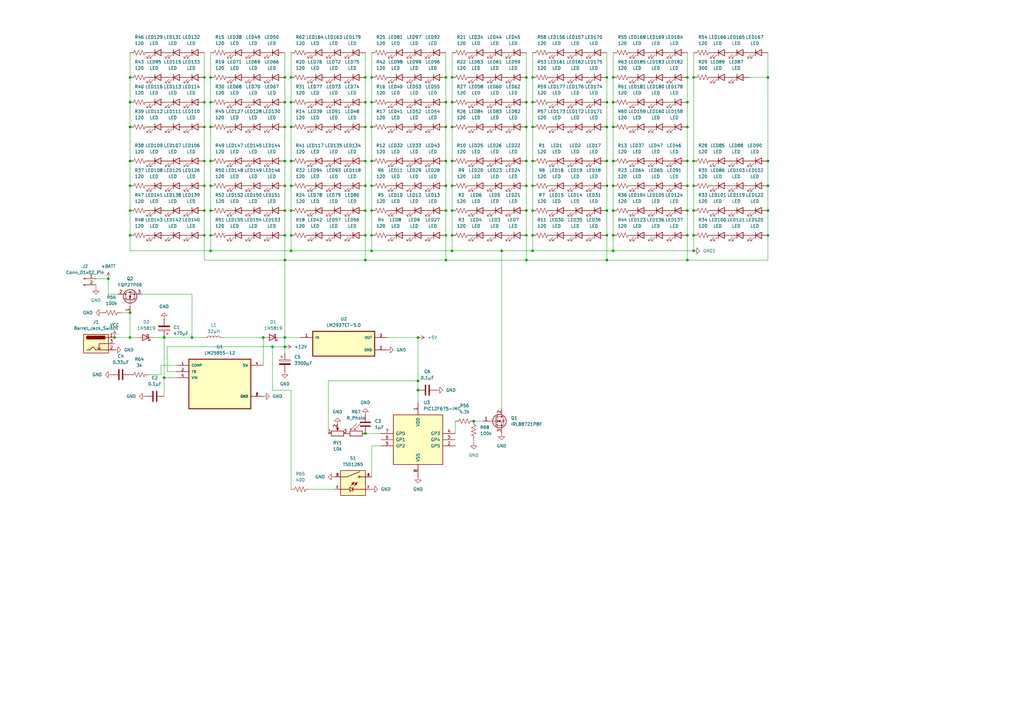
<source format=kicad_sch>
(kicad_sch (version 20230121) (generator eeschema)
  (paper "A3")
  (junction (at 185.42 31.75))
  (junction (at 248.92 66.04))
  (junction (at 182.88 76.2))
  (junction (at 152.4 41.91))
  (junction (at 152.4 96.52))
  (junction (at 251.46 31.75))
  (junction (at 248.92 31.75))
  (junction (at 86.36 31.75))
  (junction (at 116.84 96.52))
  (junction (at 284.48 102.87))
  (junction (at 182.88 96.52))
  (junction (at 116.84 66.04))
  (junction (at 218.44 31.75))
  (junction (at 185.42 76.2))
  (junction (at 248.92 52.07))
  (junction (at 149.86 31.75))
  (junction (at 182.88 106.68))
  (junction (at 218.44 86.36))
  (junction (at 218.44 76.2))
  (junction (at 281.94 52.07))
  (junction (at 83.82 41.91))
  (junction (at 44.45 114.3))
  (junction (at 248.92 96.52))
  (junction (at 83.82 86.36))
  (junction (at 86.36 76.2))
  (junction (at 119.38 86.36))
  (junction (at 149.86 52.07))
  (junction (at 86.36 86.36))
  (junction (at 83.82 52.07))
  (junction (at 218.44 52.07))
  (junction (at 53.34 86.36))
  (junction (at 185.42 66.04))
  (junction (at 116.84 76.2))
  (junction (at 281.94 76.2))
  (junction (at 149.86 177.8))
  (junction (at 185.42 102.87))
  (junction (at 86.36 96.52))
  (junction (at 53.34 52.07))
  (junction (at 248.92 41.91))
  (junction (at 215.9 41.91))
  (junction (at 281.94 66.04))
  (junction (at 53.34 76.2))
  (junction (at 251.46 66.04))
  (junction (at 116.84 31.75))
  (junction (at 251.46 86.36))
  (junction (at 248.92 106.68))
  (junction (at 53.34 41.91))
  (junction (at 284.48 66.04))
  (junction (at 194.31 172.72))
  (junction (at 182.88 41.91))
  (junction (at 53.34 66.04))
  (junction (at 119.38 31.75))
  (junction (at 83.82 96.52))
  (junction (at 251.46 52.07))
  (junction (at 83.82 66.04))
  (junction (at 215.9 106.68))
  (junction (at 116.84 106.68))
  (junction (at 251.46 96.52))
  (junction (at 152.4 86.36))
  (junction (at 185.42 86.36))
  (junction (at 182.88 31.75))
  (junction (at 215.9 31.75))
  (junction (at 152.4 66.04))
  (junction (at 107.95 138.43))
  (junction (at 53.34 31.75))
  (junction (at 185.42 41.91))
  (junction (at 281.94 86.36))
  (junction (at 86.36 102.87))
  (junction (at 215.9 66.04))
  (junction (at 215.9 96.52))
  (junction (at 119.38 66.04))
  (junction (at 119.38 41.91))
  (junction (at 116.84 41.91))
  (junction (at 152.4 76.2))
  (junction (at 314.96 96.52))
  (junction (at 46.99 138.43))
  (junction (at 116.84 52.07))
  (junction (at 215.9 76.2))
  (junction (at 314.96 66.04))
  (junction (at 86.36 66.04))
  (junction (at 149.86 41.91))
  (junction (at 149.86 66.04))
  (junction (at 86.36 52.07))
  (junction (at 149.86 96.52))
  (junction (at 111.76 142.24))
  (junction (at 248.92 86.36))
  (junction (at 149.86 76.2))
  (junction (at 171.45 156.21))
  (junction (at 116.84 142.24))
  (junction (at 314.96 76.2))
  (junction (at 171.45 138.43))
  (junction (at 171.45 160.02))
  (junction (at 185.42 96.52))
  (junction (at 284.48 96.52))
  (junction (at 281.94 41.91))
  (junction (at 53.34 138.43))
  (junction (at 185.42 52.07))
  (junction (at 152.4 31.75))
  (junction (at 182.88 52.07))
  (junction (at 78.74 138.43))
  (junction (at 205.74 102.87))
  (junction (at 251.46 41.91))
  (junction (at 218.44 41.91))
  (junction (at 116.84 86.36))
  (junction (at 182.88 86.36))
  (junction (at 152.4 102.87))
  (junction (at 119.38 52.07))
  (junction (at 53.34 96.52))
  (junction (at 314.96 86.36))
  (junction (at 281.94 96.52))
  (junction (at 67.31 138.43))
  (junction (at 248.92 76.2))
  (junction (at 215.9 52.07))
  (junction (at 284.48 31.75))
  (junction (at 281.94 106.68))
  (junction (at 67.31 154.94))
  (junction (at 314.96 31.75))
  (junction (at 119.38 96.52))
  (junction (at 281.94 31.75))
  (junction (at 251.46 102.87))
  (junction (at 182.88 66.04))
  (junction (at 119.38 102.87))
  (junction (at 218.44 96.52))
  (junction (at 83.82 76.2))
  (junction (at 284.48 86.36))
  (junction (at 83.82 31.75))
  (junction (at 149.86 106.68))
  (junction (at 251.46 76.2))
  (junction (at 119.38 76.2))
  (junction (at 218.44 102.87))
  (junction (at 215.9 86.36))
  (junction (at 116.84 138.43))
  (junction (at 86.36 41.91))
  (junction (at 152.4 52.07))
  (junction (at 149.86 86.36))
  (junction (at 284.48 76.2))
  (junction (at 53.34 128.27))
  (junction (at 218.44 66.04))
  (wire (pts (xy 119.38 21.59) (xy 119.38 31.75)))
  (wire (pts (xy 53.34 41.91) (xy 53.34 52.07)))
  (wire (pts (xy 149.86 41.91) (xy 149.86 52.07)))
  (wire (pts (xy 307.34 31.75) (xy 314.96 31.75)))
  (wire (pts (xy 284.48 86.36) (xy 284.48 96.52)))
  (wire (pts (xy 251.46 31.75) (xy 251.46 41.91)))
  (wire (pts (xy 127 200.66) (xy 137.16 200.66)))
  (wire (pts (xy 86.36 86.36) (xy 86.36 96.52)))
  (wire (pts (xy 116.84 144.78) (xy 116.84 142.24)))
  (wire (pts (xy 152.4 52.07) (xy 152.4 66.04)))
  (wire (pts (xy 149.86 52.07) (xy 149.86 66.04)))
  (wire (pts (xy 119.38 52.07) (xy 119.38 66.04)))
  (wire (pts (xy 182.88 96.52) (xy 182.88 106.68)))
  (wire (pts (xy 248.92 86.36) (xy 248.92 96.52)))
  (wire (pts (xy 152.4 31.75) (xy 152.4 41.91)))
  (wire (pts (xy 116.84 96.52) (xy 116.84 106.68)))
  (wire (pts (xy 284.48 102.87) (xy 284.48 96.52)))
  (wire (pts (xy 314.96 86.36) (xy 314.96 96.52)))
  (wire (pts (xy 149.86 31.75) (xy 149.86 41.91)))
  (wire (pts (xy 119.38 102.87) (xy 86.36 102.87)))
  (wire (pts (xy 116.84 52.07) (xy 116.84 66.04)))
  (wire (pts (xy 248.92 106.68) (xy 281.94 106.68)))
  (wire (pts (xy 185.42 41.91) (xy 185.42 52.07)))
  (wire (pts (xy 67.31 154.94) (xy 67.31 138.43)))
  (wire (pts (xy 215.9 21.59) (xy 215.9 31.75)))
  (wire (pts (xy 149.86 106.68) (xy 182.88 106.68)))
  (wire (pts (xy 152.4 66.04) (xy 152.4 76.2)))
  (wire (pts (xy 116.84 106.68) (xy 116.84 138.43)))
  (wire (pts (xy 218.44 86.36) (xy 218.44 96.52)))
  (wire (pts (xy 251.46 52.07) (xy 251.46 66.04)))
  (wire (pts (xy 218.44 52.07) (xy 218.44 66.04)))
  (wire (pts (xy 134.62 177.8) (xy 134.62 156.21)))
  (wire (pts (xy 149.86 76.2) (xy 149.86 86.36)))
  (wire (pts (xy 215.9 86.36) (xy 215.9 96.52)))
  (wire (pts (xy 86.36 66.04) (xy 86.36 76.2)))
  (wire (pts (xy 281.94 52.07) (xy 281.94 66.04)))
  (wire (pts (xy 218.44 102.87) (xy 205.74 102.87)))
  (wire (pts (xy 86.36 76.2) (xy 86.36 86.36)))
  (wire (pts (xy 119.38 66.04) (xy 119.38 76.2)))
  (wire (pts (xy 182.88 76.2) (xy 182.88 86.36)))
  (wire (pts (xy 281.94 31.75) (xy 281.94 41.91)))
  (wire (pts (xy 152.4 96.52) (xy 152.4 102.87)))
  (wire (pts (xy 134.62 156.21) (xy 171.45 156.21)))
  (wire (pts (xy 116.84 76.2) (xy 116.84 86.36)))
  (wire (pts (xy 182.88 66.04) (xy 182.88 76.2)))
  (wire (pts (xy 215.9 66.04) (xy 215.9 76.2)))
  (wire (pts (xy 152.4 76.2) (xy 152.4 86.36)))
  (wire (pts (xy 116.84 86.36) (xy 116.84 96.52)))
  (wire (pts (xy 314.96 76.2) (xy 314.96 86.36)))
  (wire (pts (xy 119.38 41.91) (xy 119.38 52.07)))
  (wire (pts (xy 58.42 120.65) (xy 78.74 120.65)))
  (wire (pts (xy 44.45 114.3) (xy 44.45 120.65)))
  (wire (pts (xy 185.42 52.07) (xy 185.42 66.04)))
  (wire (pts (xy 248.92 76.2) (xy 248.92 86.36)))
  (wire (pts (xy 44.45 120.65) (xy 48.26 120.65)))
  (wire (pts (xy 111.76 160.02) (xy 111.76 142.24)))
  (wire (pts (xy 86.36 41.91) (xy 86.36 52.07)))
  (wire (pts (xy 46.99 138.43) (xy 53.34 138.43)))
  (wire (pts (xy 314.96 21.59) (xy 314.96 31.75)))
  (wire (pts (xy 53.34 138.43) (xy 55.88 138.43)))
  (wire (pts (xy 78.74 120.65) (xy 78.74 138.43)))
  (wire (pts (xy 83.82 66.04) (xy 83.82 76.2)))
  (wire (pts (xy 119.38 31.75) (xy 119.38 41.91)))
  (wire (pts (xy 218.44 41.91) (xy 218.44 52.07)))
  (wire (pts (xy 215.9 31.75) (xy 215.9 41.91)))
  (wire (pts (xy 171.45 160.02) (xy 171.45 165.1)))
  (wire (pts (xy 185.42 86.36) (xy 185.42 96.52)))
  (wire (pts (xy 66.04 153.67) (xy 66.04 149.86)))
  (wire (pts (xy 68.58 142.24) (xy 68.58 152.4)))
  (wire (pts (xy 152.4 41.91) (xy 152.4 52.07)))
  (wire (pts (xy 83.82 76.2) (xy 83.82 86.36)))
  (wire (pts (xy 248.92 52.07) (xy 248.92 66.04)))
  (wire (pts (xy 281.94 41.91) (xy 281.94 52.07)))
  (wire (pts (xy 83.82 86.36) (xy 83.82 96.52)))
  (wire (pts (xy 83.82 41.91) (xy 83.82 52.07)))
  (wire (pts (xy 186.69 172.72) (xy 186.69 177.8)))
  (wire (pts (xy 205.74 102.87) (xy 185.42 102.87)))
  (wire (pts (xy 152.4 21.59) (xy 152.4 31.75)))
  (wire (pts (xy 218.44 76.2) (xy 218.44 86.36)))
  (wire (pts (xy 116.84 21.59) (xy 116.84 31.75)))
  (wire (pts (xy 53.34 21.59) (xy 53.34 31.75)))
  (wire (pts (xy 218.44 66.04) (xy 218.44 76.2)))
  (wire (pts (xy 281.94 86.36) (xy 281.94 96.52)))
  (wire (pts (xy 158.75 138.43) (xy 171.45 138.43)))
  (wire (pts (xy 107.95 138.43) (xy 91.44 138.43)))
  (wire (pts (xy 248.92 96.52) (xy 248.92 106.68)))
  (wire (pts (xy 314.96 66.04) (xy 314.96 31.75)))
  (wire (pts (xy 149.86 96.52) (xy 149.86 106.68)))
  (wire (pts (xy 281.94 66.04) (xy 281.94 76.2)))
  (wire (pts (xy 248.92 21.59) (xy 248.92 31.75)))
  (wire (pts (xy 119.38 86.36) (xy 119.38 96.52)))
  (wire (pts (xy 39.37 118.11) (xy 39.37 116.84)))
  (wire (pts (xy 53.34 96.52) (xy 53.34 102.87)))
  (wire (pts (xy 251.46 86.36) (xy 251.46 96.52)))
  (wire (pts (xy 182.88 52.07) (xy 182.88 66.04)))
  (wire (pts (xy 83.82 31.75) (xy 83.82 41.91)))
  (wire (pts (xy 119.38 160.02) (xy 111.76 160.02)))
  (wire (pts (xy 149.86 66.04) (xy 149.86 76.2)))
  (wire (pts (xy 68.58 152.4) (xy 72.39 152.4)))
  (wire (pts (xy 194.31 172.72) (xy 198.12 172.72)))
  (wire (pts (xy 218.44 96.52) (xy 218.44 102.87)))
  (wire (pts (xy 215.9 76.2) (xy 215.9 86.36)))
  (wire (pts (xy 149.86 86.36) (xy 149.86 96.52)))
  (wire (pts (xy 182.88 21.59) (xy 182.88 31.75)))
  (wire (pts (xy 53.34 76.2) (xy 53.34 86.36)))
  (wire (pts (xy 215.9 96.52) (xy 215.9 106.68)))
  (wire (pts (xy 107.95 149.86) (xy 107.95 138.43)))
  (wire (pts (xy 281.94 76.2) (xy 281.94 86.36)))
  (wire (pts (xy 66.04 149.86) (xy 72.39 149.86)))
  (wire (pts (xy 68.58 142.24) (xy 111.76 142.24)))
  (wire (pts (xy 116.84 138.43) (xy 115.57 138.43)))
  (wire (pts (xy 149.86 21.59) (xy 149.86 31.75)))
  (wire (pts (xy 248.92 41.91) (xy 248.92 52.07)))
  (wire (pts (xy 49.53 128.27) (xy 53.34 128.27)))
  (wire (pts (xy 182.88 86.36) (xy 182.88 96.52)))
  (wire (pts (xy 152.4 182.88) (xy 152.4 195.58)))
  (wire (pts (xy 185.42 31.75) (xy 185.42 41.91)))
  (wire (pts (xy 53.34 86.36) (xy 53.34 96.52)))
  (wire (pts (xy 251.46 102.87) (xy 218.44 102.87)))
  (wire (pts (xy 72.39 154.94) (xy 67.31 154.94)))
  (wire (pts (xy 116.84 138.43) (xy 123.19 138.43)))
  (wire (pts (xy 116.84 41.91) (xy 116.84 52.07)))
  (wire (pts (xy 182.88 106.68) (xy 215.9 106.68)))
  (wire (pts (xy 53.34 52.07) (xy 53.34 66.04)))
  (wire (pts (xy 171.45 156.21) (xy 171.45 160.02)))
  (wire (pts (xy 119.38 96.52) (xy 119.38 102.87)))
  (wire (pts (xy 281.94 96.52) (xy 281.94 106.68)))
  (wire (pts (xy 281.94 106.68) (xy 314.96 106.68)))
  (wire (pts (xy 284.48 76.2) (xy 284.48 86.36)))
  (wire (pts (xy 116.84 66.04) (xy 116.84 76.2)))
  (wire (pts (xy 251.46 76.2) (xy 251.46 86.36)))
  (wire (pts (xy 182.88 41.91) (xy 182.88 52.07)))
  (wire (pts (xy 53.34 66.04) (xy 53.34 76.2)))
  (wire (pts (xy 119.38 76.2) (xy 119.38 86.36)))
  (wire (pts (xy 86.36 102.87) (xy 53.34 102.87)))
  (wire (pts (xy 63.5 138.43) (xy 67.31 138.43)))
  (wire (pts (xy 251.46 21.59) (xy 251.46 31.75)))
  (wire (pts (xy 86.36 52.07) (xy 86.36 66.04)))
  (wire (pts (xy 83.82 106.68) (xy 116.84 106.68)))
  (wire (pts (xy 281.94 21.59) (xy 281.94 31.75)))
  (wire (pts (xy 284.48 31.75) (xy 284.48 66.04)))
  (wire (pts (xy 83.82 52.07) (xy 83.82 66.04)))
  (wire (pts (xy 86.36 96.52) (xy 86.36 102.87)))
  (wire (pts (xy 185.42 96.52) (xy 185.42 102.87)))
  (wire (pts (xy 248.92 66.04) (xy 248.92 76.2)))
  (wire (pts (xy 185.42 21.59) (xy 185.42 31.75)))
  (wire (pts (xy 248.92 31.75) (xy 248.92 41.91)))
  (wire (pts (xy 116.84 138.43) (xy 116.84 142.24)))
  (wire (pts (xy 251.46 96.52) (xy 251.46 102.87)))
  (wire (pts (xy 218.44 21.59) (xy 218.44 31.75)))
  (wire (pts (xy 53.34 128.27) (xy 53.34 138.43)))
  (wire (pts (xy 251.46 102.87) (xy 284.48 102.87)))
  (wire (pts (xy 39.37 114.3) (xy 44.45 114.3)))
  (wire (pts (xy 194.31 180.34) (xy 194.31 181.61)))
  (wire (pts (xy 156.21 182.88) (xy 152.4 182.88)))
  (wire (pts (xy 314.96 96.52) (xy 314.96 106.68)))
  (wire (pts (xy 251.46 41.91) (xy 251.46 52.07)))
  (wire (pts (xy 215.9 106.68) (xy 248.92 106.68)))
  (wire (pts (xy 218.44 31.75) (xy 218.44 41.91)))
  (wire (pts (xy 215.9 52.07) (xy 215.9 66.04)))
  (wire (pts (xy 171.45 138.43) (xy 171.45 156.21)))
  (wire (pts (xy 185.42 66.04) (xy 185.42 76.2)))
  (wire (pts (xy 185.42 102.87) (xy 152.4 102.87)))
  (wire (pts (xy 53.34 31.75) (xy 53.34 41.91)))
  (wire (pts (xy 215.9 41.91) (xy 215.9 52.07)))
  (wire (pts (xy 116.84 106.68) (xy 149.86 106.68)))
  (wire (pts (xy 86.36 21.59) (xy 86.36 31.75)))
  (wire (pts (xy 185.42 76.2) (xy 185.42 86.36)))
  (wire (pts (xy 251.46 66.04) (xy 251.46 76.2)))
  (wire (pts (xy 152.4 102.87) (xy 119.38 102.87)))
  (wire (pts (xy 111.76 142.24) (xy 116.84 142.24)))
  (wire (pts (xy 284.48 66.04) (xy 284.48 76.2)))
  (wire (pts (xy 83.82 96.52) (xy 83.82 106.68)))
  (wire (pts (xy 67.31 162.56) (xy 67.31 154.94)))
  (wire (pts (xy 205.74 102.87) (xy 205.74 167.64)))
  (wire (pts (xy 60.96 153.67) (xy 66.04 153.67)))
  (wire (pts (xy 182.88 31.75) (xy 182.88 41.91)))
  (wire (pts (xy 119.38 200.66) (xy 119.38 160.02)))
  (wire (pts (xy 83.82 21.59) (xy 83.82 31.75)))
  (wire (pts (xy 86.36 31.75) (xy 86.36 41.91)))
  (wire (pts (xy 149.86 177.8) (xy 156.21 177.8)))
  (wire (pts (xy 78.74 138.43) (xy 83.82 138.43)))
  (wire (pts (xy 284.48 21.59) (xy 284.48 31.75)))
  (wire (pts (xy 116.84 31.75) (xy 116.84 41.91)))
  (wire (pts (xy 314.96 66.04) (xy 314.96 76.2)))
  (wire (pts (xy 67.31 138.43) (xy 78.74 138.43)))
  (wire (pts (xy 152.4 86.36) (xy 152.4 96.52)))
  (symbol (lib_id "Device:LED") (at 278.13 86.36 0) (unit 1)
    (property "Reference" "LED124" (at 276.5425 80.01 0))
    (property "Value" "LED" (at 276.5425 82.55 0))
    (property "Footprint" "LED_THT:LED_D10.0mm" (effects hide))
  )
  (symbol (lib_id "Device:LED") (at 80.01 41.91 0) (unit 1)
    (property "Reference" "LED114" (at 78.4225 35.56 0))
    (property "Value" "LED" (at 78.4225 38.1 0))
    (property "Footprint" "LED_THT:LED_D10.0mm" (effects hide))
  )
  (symbol (lib_id "Device:LED") (at 245.11 66.04 0) (unit 1)
    (property "Reference" "LED17" (at 243.5225 59.69 0))
    (property "Value" "LED" (at 243.5225 62.23 0))
    (property "Footprint" "LED_THT:LED_D10.0mm" (effects hide))
  )
  (symbol (lib_id "Device:LED") (at 229.87 21.59 0) (unit 1)
    (property "Reference" "LED156" (at 228.2825 15.24 0))
    (property "Value" "LED" (at 228.2825 17.78 0))
    (property "Footprint" "LED_THT:LED_D10.0mm" (effects hide))
  )
  (symbol (lib_id "Device:LED") (at 163.83 52.07 0) (unit 1)
    (property "Reference" "LED41" (at 162.2425 45.72 0))
    (property "Value" "LED" (at 162.2425 48.26 0))
    (property "Footprint" "LED_THT:LED_D10.0mm" (effects hide))
  )
  (symbol (lib_id "Device:R_US") (at 189.23 31.75 270) (unit 1)
    (property "Reference" "R22" (at 189.23 25.4 90))
    (property "Value" "120" (at 189.23 27.94 90))
    (property "Footprint" "Resistor_THT:R_Axial_DIN0207_L6.3mm_D2.5mm_P10.16mm_Horizontal" (effects hide))
  )
  (symbol (lib_id "Device:LED") (at 311.15 76.2 0) (unit 1)
    (property "Reference" "LED102" (at 309.5625 69.85 0))
    (property "Value" "LED" (at 309.5625 72.39 0))
    (property "Footprint" "LED_THT:LED_D10.0mm" (effects hide))
  )
  (symbol (lib_id "Device:LED") (at 113.03 76.2 0) (unit 1)
    (property "Reference" "LED146" (at 111.4425 69.85 0))
    (property "Value" "LED" (at 111.4425 72.39 0))
    (property "Footprint" "LED_THT:LED_D10.0mm" (effects hide))
  )
  (symbol (lib_id "Connector:Barrel_Jack_Switch") (at 39.37 140.97 0) (unit 1)
    (property "Reference" "J1" (at 39.37 132.08 0))
    (property "Value" "Barrel_Jack_Switch" (at 39.37 134.62 0))
    (property "Footprint" "Connector_BarrelJack:BarrelJack_Wuerth_6941xx301002" (effects hide))
  )
  (symbol (lib_id "Device:LED") (at 212.09 76.2 0) (unit 1)
    (property "Reference" "LED24" (at 210.5025 69.85 0))
    (property "Value" "LED" (at 210.5025 72.39 0))
    (property "Footprint" "LED_THT:LED_D10.0mm" (effects hide))
  )
  (symbol (lib_id "Device:LED") (at 171.45 96.52 0) (unit 1)
    (property "Reference" "LED9" (at 169.8625 90.17 0))
    (property "Value" "LED" (at 169.8625 92.71 0))
    (property "Footprint" "LED_THT:LED_D10.0mm" (effects hide))
  )
  (symbol (lib_id "Device:LED") (at 105.41 66.04 0) (unit 1)
    (property "Reference" "LED145" (at 103.8225 59.69 0))
    (property "Value" "LED" (at 103.8225 62.23 0))
    (property "Footprint" "LED_THT:LED_D10.0mm" (effects hide))
  )
  (symbol (lib_id "Device:LED") (at 295.91 86.36 0) (unit 1)
    (property "Reference" "LED101" (at 294.3225 80.01 0))
    (property "Value" "LED" (at 294.3225 82.55 0))
    (property "Footprint" "LED_THT:LED_D10.0mm" (effects hide))
  )
  (symbol (lib_id "Device:LED") (at 113.03 31.75 0) (unit 1)
    (property "Reference" "LED66" (at 111.4425 25.4 0))
    (property "Value" "LED" (at 111.4425 27.94 0))
    (property "Footprint" "LED_THT:LED_D10.0mm" (effects hide))
  )
  (symbol (lib_id "Device:R_US") (at 123.19 86.36 270) (unit 1)
    (property "Reference" "R24" (at 123.19 80.01 90))
    (property "Value" "120" (at 123.19 82.55 90))
    (property "Footprint" "Resistor_THT:R_Axial_DIN0207_L6.3mm_D2.5mm_P10.16mm_Horizontal" (effects hide))
  )
  (symbol (lib_id "Device:LED") (at 196.85 76.2 0) (unit 1)
    (property "Reference" "LED20" (at 195.2625 69.85 0))
    (property "Value" "LED" (at 195.2625 72.39 0))
    (property "Footprint" "LED_THT:LED_D10.0mm" (effects hide))
  )
  (symbol (lib_id "Device:R_US") (at 123.19 41.91 270) (unit 1)
    (property "Reference" "R31" (at 123.19 35.56 90))
    (property "Value" "120" (at 123.19 38.1 90))
    (property "Footprint" "Resistor_THT:R_Axial_DIN0207_L6.3mm_D2.5mm_P10.16mm_Horizontal" (effects hide))
  )
  (symbol (lib_id "Device:R_US") (at 156.21 66.04 270) (unit 1)
    (property "Reference" "R12" (at 156.21 59.69 90))
    (property "Value" "120" (at 156.21 62.23 90))
    (property "Footprint" "Resistor_THT:R_Axial_DIN0207_L6.3mm_D2.5mm_P10.16mm_Horizontal" (effects hide))
  )
  (symbol (lib_id "Device:LED") (at 130.81 86.36 0) (unit 1)
    (property "Reference" "LED78" (at 129.2225 80.01 0))
    (property "Value" "LED" (at 129.2225 82.55 0))
    (property "Footprint" "LED_THT:LED_D10.0mm" (effects hide))
  )
  (symbol (lib_id "power:GND") (at 67.31 130.81 180) (unit 1)
    (property "Reference" "#PWR04" (effects hide))
    (property "Value" "GND" (at 67.31 125.73 0))
  )
  (symbol (lib_id "power:GND") (at 205.74 177.8 0) (unit 1)
    (property "Reference" "#PWR012" (effects hide))
    (property "Value" "GND" (at 205.74 182.88 0))
  )
  (symbol (lib_id "Device:LED") (at 163.83 21.59 0) (unit 1)
    (property "Reference" "LED81" (at 162.2425 15.24 0))
    (property "Value" "LED" (at 162.2425 17.78 0))
    (property "Footprint" "LED_THT:LED_D10.0mm" (effects hide))
  )
  (symbol (lib_id "Device:R_US") (at 189.23 76.2 270) (unit 1)
    (property "Reference" "R9" (at 189.23 69.85 90))
    (property "Value" "120" (at 189.23 72.39 90))
    (property "Footprint" "Resistor_THT:R_Axial_DIN0207_L6.3mm_D2.5mm_P10.16mm_Horizontal" (effects hide))
  )
  (symbol (lib_id "Device:R_US") (at 57.15 76.2 270) (unit 1)
    (property "Reference" "R37" (at 57.15 69.85 90))
    (property "Value" "120" (at 57.15 72.39 90))
    (property "Footprint" "Resistor_THT:R_Axial_DIN0207_L6.3mm_D2.5mm_P10.16mm_Horizontal" (effects hide))
  )
  (symbol (lib_id "Device:LED") (at 97.79 66.04 0) (unit 1)
    (property "Reference" "LED147" (at 96.2025 59.69 0))
    (property "Value" "LED" (at 96.2025 62.23 0))
    (property "Footprint" "LED_THT:LED_D10.0mm" (effects hide))
  )
  (symbol (lib_id "Device:LED") (at 80.01 21.59 0) (unit 1)
    (property "Reference" "LED132" (at 78.4225 15.24 0))
    (property "Value" "LED" (at 78.4225 17.78 0))
    (property "Footprint" "LED_THT:LED_D10.0mm" (effects hide))
  )
  (symbol (lib_id "Device:R_US") (at 255.27 96.52 270) (unit 1)
    (property "Reference" "R44" (at 255.27 90.17 90))
    (property "Value" "120" (at 255.27 92.71 90))
    (property "Footprint" "Resistor_THT:R_Axial_DIN0207_L6.3mm_D2.5mm_P10.16mm_Horizontal" (effects hide))
  )
  (symbol (lib_id "Regulator_Controller:LM2585S-12") (at 90.17 157.48 0) (unit 1)
    (property "Reference" "U1" (at 90.17 142.24 0))
    (property "Value" "LM2585S-12" (at 90.17 144.78 0))
    (property "Footprint" "Custom:VREG_TPS79625KTTR - LM2585S-12" (effects hide))
    (property "MF" "Texas Instruments" (effects hide))
    (property "Description" "\n4-V to 40-V, 3-A step-up wide VIN flyback regulator\n" (effects hide))
    (property "Package" "TO-263-5 Texas Instruments" (effects hide))
    (property "Price" "None" (effects hide))
    (property "SnapEDA_Link" "https://www.snapeda.com/parts/LM2585S-12/NOPB/Texas+Instruments/view-part/?ref=snap" (effects hide))
    (property "MP" "LM2585S-12/NOPB" (effects hide))
    (property "Availability" "In Stock" (effects hide))
    (property "Check_prices" "https://www.snapeda.com/parts/LM2585S-12/NOPB/Texas+Instruments/view-part/?ref=eda" (effects hide))
  )
  (symbol (lib_id "power:GND") (at 39.37 118.11 0) (unit 1)
    (property "Reference" "#PWR019" (effects hide))
    (property "Value" "GND" (at 39.37 123.19 0))
  )
  (symbol (lib_id "Device:LED") (at 179.07 96.52 0) (unit 1)
    (property "Reference" "LED27" (at 177.4825 90.17 0))
    (property "Value" "LED" (at 177.4825 92.71 0))
    (property "Footprint" "LED_THT:LED_D10.0mm" (effects hide))
  )
  (symbol (lib_id "Device:LED") (at 303.53 66.04 0) (unit 1)
    (property "Reference" "LED88" (at 301.9425 59.69 0))
    (property "Value" "LED" (at 301.9425 62.23 0))
    (property "Footprint" "LED_THT:LED_D10.0mm" (effects hide))
  )
  (symbol (lib_id "Device:LED") (at 171.45 66.04 0) (unit 1)
    (property "Reference" "LED33" (at 169.8625 59.69 0))
    (property "Value" "LED" (at 169.8625 62.23 0))
    (property "Footprint" "LED_THT:LED_D10.0mm" (effects hide))
  )
  (symbol (lib_id "Device:LED") (at 138.43 66.04 0) (unit 1)
    (property "Reference" "LED135" (at 136.8425 59.69 0))
    (property "Value" "LED" (at 136.8425 62.23 0))
    (property "Footprint" "LED_THT:LED_D10.0mm" (effects hide))
  )
  (symbol (lib_id "Device:LED") (at 237.49 31.75 0) (unit 1)
    (property "Reference" "LED162" (at 235.9025 25.4 0))
    (property "Value" "LED" (at 235.9025 27.94 0))
    (property "Footprint" "LED_THT:LED_D10.0mm" (effects hide))
  )
  (symbol (lib_id "Device:R_US") (at 90.17 52.07 270) (unit 1)
    (property "Reference" "R45" (at 90.17 45.72 90))
    (property "Value" "120" (at 90.17 48.26 90))
    (property "Footprint" "Resistor_THT:R_Axial_DIN0207_L6.3mm_D2.5mm_P10.16mm_Horizontal" (effects hide))
  )
  (symbol (lib_id "Device:LED") (at 97.79 52.07 0) (unit 1)
    (property "Reference" "LED127" (at 96.2025 45.72 0))
    (property "Value" "LED" (at 96.2025 48.26 0))
    (property "Footprint" "LED_THT:LED_D10.0mm" (effects hide))
  )
  (symbol (lib_id "Device:R_US") (at 45.72 128.27 270) (unit 1)
    (property "Reference" "R66" (at 45.72 121.92 90))
    (property "Value" "100k" (at 45.72 124.46 90))
    (property "Footprint" "Resistor_THT:R_Axial_DIN0207_L6.3mm_D2.5mm_P10.16mm_Horizontal" (effects hide))
  )
  (symbol (lib_id "Device:LED") (at 295.91 76.2 0) (unit 1)
    (property "Reference" "LED86" (at 294.3225 69.85 0))
    (property "Value" "LED" (at 294.3225 72.39 0))
    (property "Footprint" "LED_THT:LED_D10.0mm" (effects hide))
  )
  (symbol (lib_id "Device:LED") (at 146.05 66.04 0) (unit 1)
    (property "Reference" "LED134" (at 144.4625 59.69 0))
    (property "Value" "LED" (at 144.4625 62.23 0))
    (property "Footprint" "LED_THT:LED_D10.0mm" (effects hide))
  )
  (symbol (lib_id "power:GND") (at 152.4 200.66 90) (unit 1)
    (property "Reference" "#PWR018" (effects hide))
    (property "Value" "GND" (at 156.21 200.66 90) (effects (justify right)))
  )
  (symbol (lib_id "Device:LED") (at 138.43 52.07 0) (unit 1)
    (property "Reference" "LED51" (at 136.8425 45.72 0))
    (property "Value" "LED" (at 136.8425 48.26 0))
    (property "Footprint" "LED_THT:LED_D10.0mm" (effects hide))
  )
  (symbol (lib_id "Device:LED") (at 229.87 31.75 0) (unit 1)
    (property "Reference" "LED161" (at 228.2825 25.4 0))
    (property "Value" "LED" (at 228.2825 27.94 0))
    (property "Footprint" "LED_THT:LED_D10.0mm" (effects hide))
  )
  (symbol (lib_id "Device:LED") (at 72.39 96.52 0) (unit 1)
    (property "Reference" "LED142" (at 70.8025 90.17 0))
    (property "Value" "LED" (at 70.8025 92.71 0))
    (property "Footprint" "LED_THT:LED_D10.0mm" (effects hide))
  )
  (symbol (lib_id "Device:LED") (at 270.51 31.75 0) (unit 1)
    (property "Reference" "LED183" (at 268.9225 25.4 0))
    (property "Value" "LED" (at 268.9225 27.94 0))
    (property "Footprint" "LED_THT:LED_D10.0mm" (effects hide))
  )
  (symbol (lib_id "Device:R_US") (at 156.21 31.75 270) (unit 1)
    (property "Reference" "R42" (at 156.21 25.4 90))
    (property "Value" "120" (at 156.21 27.94 90))
    (property "Footprint" "Resistor_THT:R_Axial_DIN0207_L6.3mm_D2.5mm_P10.16mm_Horizontal" (effects hide))
  )
  (symbol (lib_id "Device:LED") (at 146.05 86.36 0) (unit 1)
    (property "Reference" "LED80" (at 144.4625 80.01 0))
    (property "Value" "LED" (at 144.4625 82.55 0))
    (property "Footprint" "LED_THT:LED_D10.0mm" (effects hide))
  )
  (symbol (lib_id "Device:R_US") (at 288.29 76.2 270) (unit 1)
    (property "Reference" "R35" (at 288.29 69.85 90))
    (property "Value" "120" (at 288.29 72.39 90))
    (property "Footprint" "Resistor_THT:R_Axial_DIN0207_L6.3mm_D2.5mm_P10.16mm_Horizontal" (effects hide))
  )
  (symbol (lib_id "Device:LED") (at 270.51 21.59 0) (unit 1)
    (property "Reference" "LED169" (at 268.9225 15.24 0))
    (property "Value" "LED" (at 268.9225 17.78 0))
    (property "Footprint" "LED_THT:LED_D10.0mm" (effects hide))
  )
  (symbol (lib_id "Device:LED") (at 105.41 76.2 0) (unit 1)
    (property "Reference" "LED149" (at 103.8225 69.85 0))
    (property "Value" "LED" (at 103.8225 72.39 0))
    (property "Footprint" "LED_THT:LED_D10.0mm" (effects hide))
  )
  (symbol (lib_id "Device:LED") (at 204.47 31.75 0) (unit 1)
    (property "Reference" "LED61" (at 202.8825 25.4 0))
    (property "Value" "LED" (at 202.8825 27.94 0))
    (property "Footprint" "LED_THT:LED_D10.0mm" (effects hide))
  )
  (symbol (lib_id "Device:LED") (at 179.07 66.04 0) (unit 1)
    (property "Reference" "LED43" (at 177.4825 59.69 0))
    (property "Value" "LED" (at 177.4825 62.23 0))
    (property "Footprint" "LED_THT:LED_D10.0mm" (effects hide))
  )
  (symbol (lib_id "Device:R_US") (at 194.31 176.53 0) (unit 1)
    (property "Reference" "R68" (at 196.85 175.26 0) (effects (justify left)))
    (property "Value" "100k" (at 196.85 177.8 0) (effects (justify left)))
    (property "Footprint" "Resistor_THT:R_Axial_DIN0207_L6.3mm_D2.5mm_P10.16mm_Horizontal" (effects hide))
  )
  (symbol (lib_id "Device:LED") (at 212.09 66.04 0) (unit 1)
    (property "Reference" "LED22" (at 210.5025 59.69 0))
    (property "Value" "LED" (at 210.5025 62.23 0))
    (property "Footprint" "LED_THT:LED_D10.0mm" (effects hide))
  )
  (symbol (lib_id "Device:R_US") (at 222.25 96.52 270) (unit 1)
    (property "Reference" "R11" (at 222.25 90.17 90))
    (property "Value" "120" (at 222.25 92.71 90))
    (property "Footprint" "Resistor_THT:R_Axial_DIN0207_L6.3mm_D2.5mm_P10.16mm_Horizontal" (effects hide))
  )
  (symbol (lib_id "Device:LED") (at 295.91 96.52 0) (unit 1)
    (property "Reference" "LED100" (at 294.3225 90.17 0))
    (property "Value" "LED" (at 294.3225 92.71 0))
    (property "Footprint" "LED_THT:LED_D10.0mm" (effects hide))
  )
  (symbol (lib_id "power:GND") (at 116.84 152.4 0) (unit 1)
    (property "Reference" "#PWR06" (effects hide))
    (property "Value" "GND" (at 116.84 157.48 0))
  )
  (symbol (lib_id "Device:LED") (at 138.43 86.36 0) (unit 1)
    (property "Reference" "LED79" (at 136.8425 80.01 0))
    (property "Value" "LED" (at 136.8425 82.55 0))
    (property "Footprint" "LED_THT:LED_D10.0mm" (effects hide))
  )
  (symbol (lib_id "Device:LED") (at 196.85 66.04 0) (unit 1)
    (property "Reference" "LED25" (at 195.2625 59.69 0))
    (property "Value" "LED" (at 195.2625 62.23 0))
    (property "Footprint" "LED_THT:LED_D10.0mm" (effects hide))
  )
  (symbol (lib_id "Device:LED") (at 138.43 31.75 0) (unit 1)
    (property "Reference" "LED72" (at 136.8425 25.4 0))
    (property "Value" "LED" (at 136.8425 27.94 0))
    (property "Footprint" "LED_THT:LED_D10.0mm" (effects hide))
  )
  (symbol (lib_id "Device:LED") (at 171.45 86.36 0) (unit 1)
    (property "Reference" "LED12" (at 169.8625 80.01 0))
    (property "Value" "LED" (at 169.8625 82.55 0))
    (property "Footprint" "LED_THT:LED_D10.0mm" (effects hide))
  )
  (symbol (lib_id "Device:LED") (at 311.15 86.36 0) (unit 1)
    (property "Reference" "LED122" (at 309.5625 80.01 0))
    (property "Value" "LED" (at 309.5625 82.55 0))
    (property "Footprint" "LED_THT:LED_D10.0mm" (effects hide))
  )
  (symbol (lib_id "Device:LED") (at 97.79 31.75 0) (unit 1)
    (property "Reference" "LED71" (at 96.2025 25.4 0))
    (property "Value" "LED" (at 96.2025 27.94 0))
    (property "Footprint" "LED_THT:LED_D10.0mm" (effects hide))
  )
  (symbol (lib_id "Device:R_US") (at 123.19 21.59 270) (unit 1)
    (property "Reference" "R62" (at 123.19 15.24 90))
    (property "Value" "120" (at 123.19 17.78 90))
    (property "Footprint" "Resistor_THT:R_Axial_DIN0207_L6.3mm_D2.5mm_P10.16mm_Horizontal" (effects hide))
  )
  (symbol (lib_id "Device:C") (at 63.5 162.56 270) (unit 1)
    (property "Reference" "C2" (at 63.5 154.94 90))
    (property "Value" "0.1µF" (at 63.5 157.48 90))
    (property "Footprint" "Capacitor_THT:C_Disc_D3.0mm_W2.0mm_P2.50mm" (effects hide))
  )
  (symbol (lib_id "Device:LED") (at 113.03 86.36 0) (unit 1)
    (property "Reference" "LED151" (at 111.4425 80.01 0))
    (property "Value" "LED" (at 111.4425 82.55 0))
    (property "Footprint" "LED_THT:LED_D10.0mm" (effects hide))
  )
  (symbol (lib_id "Device:LED") (at 204.47 96.52 0) (unit 1)
    (property "Reference" "LED3" (at 202.8825 90.17 0))
    (property "Value" "LED" (at 202.8825 92.71 0))
    (property "Footprint" "LED_THT:LED_D10.0mm" (effects hide))
  )
  (symbol (lib_id "Device:LED") (at 196.85 41.91 0) (unit 1)
    (property "Reference" "LED58" (at 195.2625 35.56 0))
    (property "Value" "LED" (at 195.2625 38.1 0))
    (property "Footprint" "LED_THT:LED_D10.0mm" (effects hide))
  )
  (symbol (lib_id "Device:LED") (at 179.07 41.91 0) (unit 1)
    (property "Reference" "LED55" (at 177.4825 35.56 0))
    (property "Value" "LED" (at 177.4825 38.1 0))
    (property "Footprint" "LED_THT:LED_D10.0mm" (effects hide))
  )
  (symbol (lib_id "Device:R_US") (at 288.29 31.75 270) (unit 1)
    (property "Reference" "R29" (at 288.29 25.4 90))
    (property "Value" "300" (at 288.29 27.94 90))
    (property "Footprint" "Resistor_THT:R_Axial_DIN0207_L6.3mm_D2.5mm_P10.16mm_Horizontal" (effects hide))
  )
  (symbol (lib_id "Device:LED") (at 229.87 66.04 0) (unit 1)
    (property "Reference" "LED1" (at 228.2825 59.69 0))
    (property "Value" "LED" (at 228.2825 62.23 0))
    (property "Footprint" "LED_THT:LED_D10.0mm" (effects hide))
  )
  (symbol (lib_id "Device:LED") (at 303.53 76.2 0) (unit 1)
    (property "Reference" "LED103" (at 301.9425 69.85 0))
    (property "Value" "LED" (at 301.9425 72.39 0))
    (property "Footprint" "LED_THT:LED_D10.0mm" (effects hide))
  )
  (symbol (lib_id "Device:LED") (at 270.51 96.52 0) (unit 1)
    (property "Reference" "LED136" (at 268.9225 90.17 0))
    (property "Value" "LED" (at 268.9225 92.71 0))
    (property "Footprint" "LED_THT:LED_D10.0mm" (effects hide))
  )
  (symbol (lib_id "Device:R_US") (at 156.21 96.52 270) (unit 1)
    (property "Reference" "R4" (at 156.21 90.17 90))
    (property "Value" "120" (at 156.21 92.71 90))
    (property "Footprint" "Resistor_THT:R_Axial_DIN0207_L6.3mm_D2.5mm_P10.16mm_Horizontal" (effects hide))
  )
  (symbol (lib_id "Device:LED") (at 212.09 52.07 0) (unit 1)
    (property "Reference" "LED82" (at 210.5025 45.72 0))
    (property "Value" "LED" (at 210.5025 48.26 0))
    (property "Footprint" "LED_THT:LED_D10.0mm" (effects hide))
  )
  (symbol (lib_id "Device:LED") (at 278.13 66.04 0) (unit 1)
    (property "Reference" "LED46" (at 276.5425 59.69 0))
    (property "Value" "LED" (at 276.5425 62.23 0))
    (property "Footprint" "LED_THT:LED_D10.0mm" (effects hide))
  )
  (symbol (lib_id "Device:R_US") (at 90.17 66.04 270) (unit 1)
    (property "Reference" "R49" (at 90.17 59.69 90))
    (property "Value" "120" (at 90.17 62.23 90))
    (property "Footprint" "Resistor_THT:R_Axial_DIN0207_L6.3mm_D2.5mm_P10.16mm_Horizontal" (effects hide))
  )
  (symbol (lib_id "Device:R_US") (at 123.19 200.66 270) (unit 1)
    (property "Reference" "R65" (at 123.19 194.31 90))
    (property "Value" "400" (at 123.19 196.85 90))
    (property "Footprint" "Resistor_THT:R_Axial_DIN0207_L6.3mm_D2.5mm_P10.16mm_Horizontal" (effects hide))
  )
  (symbol (lib_id "Device:LED") (at 171.45 31.75 0) (unit 1)
    (property "Reference" "LED99" (at 169.8625 25.4 0))
    (property "Value" "LED" (at 169.8625 27.94 0))
    (property "Footprint" "LED_THT:LED_D10.0mm" (effects hide))
  )
  (symbol (lib_id "Device:LED") (at 130.81 21.59 0) (unit 1)
    (property "Reference" "LED164" (at 129.2225 15.24 0))
    (property "Value" "LED" (at 129.2225 17.78 0))
    (property "Footprint" "LED_THT:LED_D10.0mm" (effects hide))
  )
  (symbol (lib_id "power:GND") (at 171.45 195.58 0) (unit 1)
    (property "Reference" "#PWR013" (effects hide))
    (property "Value" "GND" (at 171.45 200.66 0))
  )
  (symbol (lib_id "Device:LED") (at 72.39 21.59 0) (unit 1)
    (property "Reference" "LED131" (at 70.8025 15.24 0))
    (property "Value" "LED" (at 70.8025 17.78 0))
    (property "Footprint" "LED_THT:LED_D10.0mm" (effects hide))
  )
  (symbol (lib_id "Diode:1N5819") (at 59.69 138.43 180) (unit 1)
    (property "Reference" "D2" (at 60.0075 132.08 0))
    (property "Value" "1N5819" (at 60.0075 134.62 0))
    (property "Footprint" "Diode_THT:D_DO-41_SOD81_P10.16mm_Horizontal" (effects hide))
    (property "Datasheet" "http://www.vishay.com/docs/88525/1n5817.pdf" (effects hide))
  )
  (symbol (lib_id "power:VCC") (at 46.99 138.43 0) (unit 1)
    (property "Reference" "#PWR021" (effects hide))
    (property "Value" "VCC" (at 46.99 133.35 0))
  )
  (symbol (lib_id "Device:LED") (at 138.43 41.91 0) (unit 1)
    (property "Reference" "LED73" (at 136.8425 35.56 0))
    (property "Value" "LED" (at 136.8425 38.1 0))
    (property "Footprint" "LED_THT:LED_D10.0mm" (effects hide))
  )
  (symbol (lib_id "Device:R_US") (at 255.27 21.59 270) (unit 1)
    (property "Reference" "R55" (at 255.27 15.24 90))
    (property "Value" "120" (at 255.27 17.78 90))
    (property "Footprint" "Resistor_THT:R_Axial_DIN0207_L6.3mm_D2.5mm_P10.16mm_Horizontal" (effects hide))
  )
  (symbol (lib_id "Device:LED") (at 311.15 21.59 0) (unit 1)
    (property "Reference" "LED167" (at 309.5625 15.24 0))
    (property "Value" "LED" (at 309.5625 17.78 0))
    (property "Footprint" "LED_THT:LED_D10.0mm" (effects hide))
  )
  (symbol (lib_id "Device:LED") (at 278.13 41.91 0) (unit 1)
    (property "Reference" "LED178" (at 276.5425 35.56 0))
    (property "Value" "LED" (at 276.5425 38.1 0))
    (property "Footprint" "LED_THT:LED_D10.0mm" (effects hide))
  )
  (symbol (lib_id "Device:LED") (at 72.39 41.91 0) (unit 1)
    (property "Reference" "LED113" (at 70.8025 35.56 0))
    (property "Value" "LED" (at 70.8025 38.1 0))
    (property "Footprint" "LED_THT:LED_D10.0mm" (effects hide))
  )
  (symbol (lib_id "Device:LED") (at 295.91 66.04 0) (unit 1)
    (property "Reference" "LED85" (at 294.3225 59.69 0))
    (property "Value" "LED" (at 294.3225 62.23 0))
    (property "Footprint" "LED_THT:LED_D10.0mm" (effects hide))
  )
  (symbol (lib_id "Transistor_FET:IRLB8721PBF") (at 203.2 172.72 0) (unit 1)
    (property "Reference" "Q1" (at 209.55 171.45 0) (effects (justify left)))
    (property "Value" "IRLB8721PBF" (at 209.55 173.99 0) (effects (justify left)))
    (property "Footprint" "Package_TO_SOT_THT:TO-220-3_Vertical" (effects hide))
    (property "Datasheet" "http://www.infineon.com/dgdl/irlb8721pbf.pdf?fileId=5546d462533600a40153566056732591" (effects hide))
  )
  (symbol (lib_id "Device:LED") (at 72.39 31.75 0) (unit 1)
    (property "Reference" "LED115" (at 70.8025 25.4 0))
    (property "Value" "LED" (at 70.8025 27.94 0))
    (property "Footprint" "LED_THT:LED_D10.0mm" (effects hide))
  )
  (symbol (lib_id "Device:R_US") (at 189.23 52.07 270) (unit 1)
    (property "Reference" "R26" (at 189.23 45.72 90))
    (property "Value" "120" (at 189.23 48.26 90))
    (property "Footprint" "Resistor_THT:R_Axial_DIN0207_L6.3mm_D2.5mm_P10.16mm_Horizontal" (effects hide))
  )
  (symbol (lib_id "Device:L") (at 87.63 138.43 90) (unit 1)
    (property "Reference" "L1" (at 87.63 133.35 90))
    (property "Value" "32µH" (at 87.63 135.89 90))
    (property "Footprint" "Inductor_THT:L_CommonMode_Toroid_Vertical_L24.0mm_W16.3mm_Px10.16mm_Py20.32mm_Murata_5200" (effects hide))
  )
  (symbol (lib_id "Device:LED") (at 72.39 76.2 0) (unit 1)
    (property "Reference" "LED125" (at 70.8025 69.85 0))
    (property "Value" "LED" (at 70.8025 72.39 0))
    (property "Footprint" "LED_THT:LED_D10.0mm" (effects hide))
  )
  (symbol (lib_id "power:GND") (at 194.31 181.61 0) (unit 1)
    (property "Reference" "#PWR022" (effects hide))
    (property "Value" "GND" (at 194.31 186.69 0))
  )
  (symbol (lib_id "Device:R_US") (at 222.25 31.75 270) (unit 1)
    (property "Reference" "R53" (at 222.25 25.4 90))
    (property "Value" "120" (at 222.25 27.94 90))
    (property "Footprint" "Resistor_THT:R_Axial_DIN0207_L6.3mm_D2.5mm_P10.16mm_Horizontal" (effects hide))
  )
  (symbol (lib_id "Device:LED") (at 229.87 52.07 0) (unit 1)
    (property "Reference" "LED173" (at 228.2825 45.72 0))
    (property "Value" "LED" (at 228.2825 48.26 0))
    (property "Footprint" "LED_THT:LED_D10.0mm" (effects hide))
  )
  (symbol (lib_id "Device:LED") (at 130.81 52.07 0) (unit 1)
    (property "Reference" "LED39" (at 129.2225 45.72 0))
    (property "Value" "LED" (at 129.2225 48.26 0))
    (property "Footprint" "LED_THT:LED_D10.0mm" (effects hide))
  )
  (symbol (lib_id "Device:LED") (at 105.41 96.52 0) (unit 1)
    (property "Reference" "LED154" (at 103.8225 90.17 0))
    (property "Value" "LED" (at 103.8225 92.71 0))
    (property "Footprint" "LED_THT:LED_D10.0mm" (effects hide))
  )
  (symbol (lib_id "Device:LED") (at 262.89 41.91 0) (unit 1)
    (property "Reference" "LED181" (at 261.3025 35.56 0))
    (property "Value" "LED" (at 261.3025 38.1 0))
    (property "Footprint" "LED_THT:LED_D10.0mm" (effects hide))
  )
  (symbol (lib_id "power:GND") (at 41.91 128.27 270) (unit 1)
    (property "Reference" "#PWR020" (effects hide))
    (property "Value" "GND" (at 38.1 128.27 90) (effects (justify right)))
  )
  (symbol (lib_id "Device:R_US") (at 57.15 86.36 270) (unit 1)
    (property "Reference" "R47" (at 57.15 80.01 90))
    (property "Value" "120" (at 57.15 82.55 90))
    (property "Footprint" "Resistor_THT:R_Axial_DIN0207_L6.3mm_D2.5mm_P10.16mm_Horizontal" (effects hide))
  )
  (symbol (lib_id "MCU_Microchip_PIC12:PIC12F675-IMC") (at 171.45 180.34 0) (unit 1)
    (property "Reference" "U3" (at 173.6441 165.1 0) (effects (justify left)))
    (property "Value" "PIC12F675-IMC" (at 173.6441 167.64 0) (effects (justify left)))
    (property "Footprint" "Package_DIP:DIP-8_W7.62mm" (effects hide))
    (property "Datasheet" "http://ww1.microchip.com/downloads/en/DeviceDoc/41190G.pdf" (effects hide))
  )
  (symbol (lib_id "Device:LED") (at 130.81 76.2 0) (unit 1)
    (property "Reference" "LED94" (at 129.2225 69.85 0))
    (property "Value" "LED" (at 129.2225 72.39 0))
    (property "Footprint" "LED_THT:LED_D10.0mm" (effects hide))
  )
  (symbol (lib_id "Device:LED") (at 204.47 66.04 0) (unit 1)
    (property "Reference" "LED26" (at 202.8825 59.69 0))
    (property "Value" "LED" (at 202.8825 62.23 0))
    (property "Footprint" "LED_THT:LED_D10.0mm" (effects hide))
  )
  (symbol (lib_id "Device:LED") (at 204.47 86.36 0) (unit 1)
    (property "Reference" "LED5" (at 202.8825 80.01 0))
    (property "Value" "LED" (at 202.8825 82.55 0))
    (property "Footprint" "LED_THT:LED_D10.0mm" (effects hide))
  )
  (symbol (lib_id "power:GND") (at 107.95 162.56 90) (unit 1)
    (property "Reference" "#PWR01" (effects hide))
    (property "Value" "GND" (at 111.76 162.56 90) (effects (justify right)))
  )
  (symbol (lib_id "Device:LED") (at 130.81 66.04 0) (unit 1)
    (property "Reference" "LED117" (at 129.2225 59.69 0))
    (property "Value" "LED" (at 129.2225 62.23 0))
    (property "Footprint" "LED_THT:LED_D10.0mm" (effects hide))
  )
  (symbol (lib_id "power:GND") (at 149.86 170.18 180) (unit 1)
    (property "Reference" "#PWR010" (effects hide))
    (property "Value" "GND" (at 149.86 165.1 0))
  )
  (symbol (lib_id "Device:LED") (at 245.11 41.91 0) (unit 1)
    (property "Reference" "LED174" (at 243.5225 35.56 0))
    (property "Value" "LED" (at 243.5225 38.1 0))
    (property "Footprint" "LED_THT:LED_D10.0mm" (effects hide))
  )
  (symbol (lib_id "power:GND") (at 158.75 143.51 90) (unit 1)
    (property "Reference" "#PWR07" (effects hide))
    (property "Value" "GND" (at 162.56 143.51 90) (effects (justify right)))
  )
  (symbol (lib_id "Device:R_US") (at 288.29 86.36 270) (unit 1)
    (property "Reference" "R33" (at 288.29 80.01 90))
    (property "Value" "120" (at 288.29 82.55 90))
    (property "Footprint" "Resistor_THT:R_Axial_DIN0207_L6.3mm_D2.5mm_P10.16mm_Horizontal" (effects hide))
  )
  (symbol (lib_id "Device:LED") (at 146.05 41.91 0) (unit 1)
    (property "Reference" "LED74" (at 144.4625 35.56 0))
    (property "Value" "LED" (at 144.4625 38.1 0))
    (property "Footprint" "LED_THT:LED_D10.0mm" (effects hide))
  )
  (symbol (lib_id "Device:R_US") (at 57.15 31.75 270) (unit 1)
    (property "Reference" "R43" (at 57.15 25.4 90))
    (property "Value" "120" (at 57.15 27.94 90))
    (property "Footprint" "Resistor_THT:R_Axial_DIN0207_L6.3mm_D2.5mm_P10.16mm_Horizontal" (effects hide))
  )
  (symbol (lib_id "Device:R_US") (at 222.25 41.91 270) (unit 1)
    (property "Reference" "R59" (at 222.25 35.56 90))
    (property "Value" "120" (at 222.25 38.1 90))
    (property "Footprint" "Resistor_THT:R_Axial_DIN0207_L6.3mm_D2.5mm_P10.16mm_Horizontal" (effects hide))
  )
  (symbol (lib_id "Device:LED") (at 163.83 66.04 0) (unit 1)
    (property "Reference" "LED32" (at 162.2425 59.69 0))
    (property "Value" "LED" (at 162.2425 62.23 0))
    (property "Footprint" "LED_THT:LED_D10.0mm" (effects hide))
  )
  (symbol (lib_id "Device:LED") (at 262.89 76.2 0) (unit 1)
    (property "Reference" "LED64" (at 261.3025 69.85 0))
    (property "Value" "LED" (at 261.3025 72.39 0))
    (property "Footprint" "LED_THT:LED_D10.0mm" (effects hide))
  )
  (symbol (lib_id "Device:LED") (at 245.11 76.2 0) (unit 1)
    (property "Reference" "LED18" (at 243.5225 69.85 0))
    (property "Value" "LED" (at 243.5225 72.39 0))
    (property "Footprint" "LED_THT:LED_D10.0mm" (effects hide))
  )
  (symbol (lib_id "Device:R_US") (at 90.17 31.75 270) (unit 1)
    (property "Reference" "R19" (at 90.17 25.4 90))
    (property "Value" "120" (at 90.17 27.94 90))
    (property "Footprint" "Resistor_THT:R_Axial_DIN0207_L6.3mm_D2.5mm_P10.16mm_Horizontal" (effects hide))
  )
  (symbol (lib_id "Device:R_US") (at 90.17 21.59 270) (unit 1)
    (property "Reference" "R15" (at 90.17 15.24 90))
    (property "Value" "120" (at 90.17 17.78 90))
    (property "Footprint" "Resistor_THT:R_Axial_DIN0207_L6.3mm_D2.5mm_P10.16mm_Horizontal" (effects hide))
  )
  (symbol (lib_id "Device:LED") (at 303.53 86.36 0) (unit 1)
    (property "Reference" "LED119" (at 301.9425 80.01 0))
    (property "Value" "LED" (at 301.9425 82.55 0))
    (property "Footprint" "LED_THT:LED_D10.0mm" (effects hide))
  )
  (symbol (lib_id "Device:LED") (at 270.51 66.04 0) (unit 1)
    (property "Reference" "LED47" (at 268.9225 59.69 0))
    (property "Value" "LED" (at 268.9225 62.23 0))
    (property "Footprint" "LED_THT:LED_D10.0mm" (effects hide))
  )
  (symbol (lib_id "Device:LED") (at 204.47 76.2 0) (unit 1)
    (property "Reference" "LED23" (at 202.8825 69.85 0))
    (property "Value" "LED" (at 202.8825 72.39 0))
    (property "Footprint" "LED_THT:LED_D10.0mm" (effects hide))
  )
  (symbol (lib_id "Device:LED") (at 80.01 52.07 0) (unit 1)
    (property "Reference" "LED110" (at 78.4225 45.72 0))
    (property "Value" "LED" (at 78.4225 48.26 0))
    (property "Footprint" "LED_THT:LED_D10.0mm" (effects hide))
  )
  (symbol (lib_id "Device:LED") (at 295.91 31.75 0) (unit 1)
    (property "Reference" "LED89" (at 294.3225 25.4 0))
    (property "Value" "LED" (at 294.3225 27.94 0))
    (property "Footprint" "LED_THT:LED_D10.0mm" (effects hide))
  )
  (symbol (lib_id "Device:LED") (at 270.51 76.2 0) (unit 1)
    (property "Reference" "LED65" (at 268.9225 69.85 0))
    (property "Value" "LED" (at 268.9225 72.39 0))
    (property "Footprint" "LED_THT:LED_D10.0mm" (effects hide))
  )
  (symbol (lib_id "Device:LED") (at 204.47 52.07 0) (unit 1)
    (property "Reference" "LED83" (at 202.8825 45.72 0))
    (property "Value" "LED" (at 202.8825 48.26 0))
    (property "Footprint" "LED_THT:LED_D10.0mm" (effects hide))
  )
  (symbol (lib_id "Device:LED") (at 97.79 96.52 0) (unit 1)
    (property "Reference" "LED155" (at 96.2025 90.17 0))
    (property "Value" "LED" (at 96.2025 92.71 0))
    (property "Footprint" "LED_THT:LED_D10.0mm" (effects hide))
  )
  (symbol (lib_id "power:+5V") (at 171.45 138.43 270) (unit 1)
    (property "Reference" "#PWR09" (effects hide))
    (property "Value" "+5V" (at 175.26 138.43 90) (effects (justify left)))
  )
  (symbol (lib_id "Device:LED") (at 179.07 76.2 0) (unit 1)
    (property "Reference" "LED28" (at 177.4825 69.85 0))
    (property "Value" "LED" (at 177.4825 72.39 0))
    (property "Footprint" "LED_THT:LED_D10.0mm" (effects hide))
  )
  (symbol (lib_id "Connector:Conn_01x02_Pin") (at 34.29 114.3 0) (unit 1)
    (property "Reference" "J2" (at 34.925 109.22 0))
    (property "Value" "Conn_01x02_Pin" (at 34.925 111.76 0))
    (property "Footprint" "Connector_JST:JST_EH_B2B-EH-A_1x02_P2.50mm_Vertical" (effects hide))
  )
  (symbol (lib_id "Device:LED") (at 204.47 41.91 0) (unit 1)
    (property "Reference" "LED60" (at 202.8825 35.56 0))
    (property "Value" "LED" (at 202.8825 38.1 0))
    (property "Footprint" "LED_THT:LED_D10.0mm" (effects hide))
  )
  (symbol (lib_id "Device:R_US") (at 255.27 86.36 270) (unit 1)
    (property "Reference" "R36" (at 255.27 80.01 90))
    (property "Value" "120" (at 255.27 82.55 90))
    (property "Footprint" "Resistor_THT:R_Axial_DIN0207_L6.3mm_D2.5mm_P10.16mm_Horizontal" (effects hide))
  )
  (symbol (lib_id "Device:LED") (at 229.87 86.36 0) (unit 1)
    (property "Reference" "LED15" (at 228.2825 80.01 0))
    (property "Value" "LED" (at 228.2825 82.55 0))
    (property "Footprint" "LED_THT:LED_D10.0mm" (effects hide))
  )
  (symbol (lib_id "Device:LED") (at 146.05 21.59 0) (unit 1)
    (property "Reference" "LED179" (at 144.4625 15.24 0))
    (property "Value" "LED" (at 144.4625 17.78 0))
    (property "Footprint" "LED_THT:LED_D10.0mm" (effects hide))
  )
  (symbol (lib_id "Device:LED") (at 80.01 86.36 0) (unit 1)
    (property "Reference" "LED139" (at 78.4225 80.01 0))
    (property "Value" "LED" (at 78.4225 82.55 0))
    (property "Footprint" "LED_THT:LED_D10.0mm" (effects hide))
  )
  (symbol (lib_id "Device:LED") (at 72.39 52.07 0) (unit 1)
    (property "Reference" "LED111" (at 70.8025 45.72 0))
    (property "Value" "LED" (at 70.8025 48.26 0))
    (property "Footprint" "LED_THT:LED_D10.0mm" (effects hide))
  )
  (symbol (lib_id "Device:R_Potentiometer") (at 138.43 177.8 90) (unit 1)
    (property "Reference" "RV1" (at 138.43 181.61 90))
    (property "Value" "10k" (at 138.43 184.15 90))
    (property "Footprint" "Potentiometer_THT:Potentiometer_Bourns_3299W_Vertical" (effects hide))
    (property "Part" "3299W-1-103LF" (effects hide))
  )
  (symbol (lib_id "Device:LED") (at 64.77 86.36 0) (unit 1)
    (property "Reference" "LED141" (at 63.1825 80.01 0))
    (property "Value" "LED" (at 63.1825 82.55 0))
    (property "Footprint" "LED_THT:LED_D10.0mm" (effects hide))
  )
  (symbol (lib_id "Device:LED") (at 113.03 41.91 0) (unit 1)
    (property "Reference" "LED67" (at 111.4425 35.56 0))
    (property "Value" "LED" (at 111.4425 38.1 0))
    (property "Footprint" "LED_THT:LED_D10.0mm" (effects hide))
  )
  (symbol (lib_id "Device:R_US") (at 222.25 86.36 270) (unit 1)
    (property "Reference" "R7" (at 222.25 80.01 90))
    (property "Value" "120" (at 222.25 82.55 90))
    (property "Footprint" "Resistor_THT:R_Axial_DIN0207_L6.3mm_D2.5mm_P10.16mm_Horizontal" (effects hide))
  )
  (symbol (lib_id "Device:LED") (at 311.15 66.04 0) (unit 1)
    (property "Reference" "LED90" (at 309.5625 59.69 0))
    (property "Value" "LED" (at 309.5625 62.23 0))
    (property "Footprint" "LED_THT:LED_D10.0mm" (effects hide))
  )
  (symbol (lib_id "Device:LED") (at 80.01 31.75 0) (unit 1)
    (property "Reference" "LED133" (at 78.4225 25.4 0))
    (property "Value" "LED" (at 78.4225 27.94 0))
    (property "Footprint" "LED_THT:LED_D10.0mm" (effects hide))
  )
  (symbol (lib_id "Device:LED") (at 278.13 21.59 0) (unit 1)
    (property "Reference" "LED184" (at 276.5425 15.24 0))
    (property "Value" "LED" (at 276.5425 17.78 0))
    (property "Footprint" "LED_THT:LED_D10.0mm" (effects hide))
  )
  (symbol (lib_id "Device:LED") (at 130.81 31.75 0) (unit 1)
    (property "Reference" "LED76" (at 129.2225 25.4 0))
    (property "Value" "LED" (at 129.2225 27.94 0))
    (property "Footprint" "LED_THT:LED_D10.0mm" (effects hide))
  )
  (symbol (lib_id "Device:LED") (at 303.53 31.75 0) (unit 1)
    (property "Reference" "LED87" (at 301.9425 25.4 0))
    (property "Value" "LED" (at 301.9425 27.94 0))
    (property "Footprint" "LED_THT:LED_D10.0mm" (effects hide))
  )
  (symbol (lib_id "Device:R_US") (at 222.25 21.59 270) (unit 1)
    (property "Reference" "R58" (at 222.25 15.24 90))
    (property "Value" "120" (at 222.25 17.78 90))
    (property "Footprint" "Resistor_THT:R_Axial_DIN0207_L6.3mm_D2.5mm_P10.16mm_Horizontal" (effects hide))
  )
  (symbol (lib_id "Device:LED") (at 212.09 21.59 0) (unit 1)
    (property "Reference" "LED45" (at 210.5025 15.24 0))
    (property "Value" "LED" (at 210.5025 17.78 0))
    (property "Footprint" "LED_THT:LED_D10.0mm" (effects hide))
  )
  (symbol (lib_id "Device:R_US") (at 222.25 76.2 270) (unit 1)
    (property "Reference" "R8" (at 222.25 69.85 90))
    (property "Value" "120" (at 222.25 72.39 90))
    (property "Footprint" "Resistor_THT:R_Axial_DIN0207_L6.3mm_D2.5mm_P10.16mm_Horizontal" (effects hide))
  )
  (symbol (lib_id "Device:LED") (at 130.81 41.91 0) (unit 1)
    (property "Reference" "LED77" (at 129.2225 35.56 0))
    (property "Value" "LED" (at 129.2225 38.1 0))
    (property "Footprint" "LED_THT:LED_D10.0mm" (effects hide))
  )
  (symbol (lib_id "Device:LED") (at 303.53 96.52 0) (unit 1)
    (property "Reference" "LED121" (at 301.9425 90.17 0))
    (property "Value" "LED" (at 301.9425 92.71 0))
    (property "Footprint" "LED_THT:LED_D10.0mm" (effects hide))
  )
  (symbol (lib_id "Device:LED") (at 311.15 96.52 0) (unit 1)
    (property "Reference" "LED120" (at 309.5625 90.17 0))
    (property "Value" "LED" (at 309.5625 92.71 0))
    (property "Footprint" "LED_THT:LED_D10.0mm" (effects hide))
  )
  (symbol (lib_id "Device:LED") (at 146.05 52.07 0) (unit 1)
    (property "Reference" "LED48" (at 144.4625 45.72 0))
    (property "Value" "LED" (at 144.4625 48.26 0))
    (property "Footprint" "LED_THT:LED_D10.0mm" (effects hide))
  )
  (symbol (lib_id "Device:LED") (at 270.51 41.91 0) (unit 1)
    (property "Reference" "LED180" (at 268.9225 35.56 0))
    (property "Value" "LED" (at 268.9225 38.1 0))
    (property "Footprint" "LED_THT:LED_D10.0mm" (effects hide))
  )
  (symbol (lib_id "Device:LED") (at 179.07 21.59 0) (unit 1)
    (property "Reference" "LED92" (at 177.4825 15.24 0))
    (property "Value" "LED" (at 177.4825 17.78 0))
    (property "Footprint" "LED_THT:LED_D10.0mm" (effects hide))
  )
  (symbol (lib_id "Device:LED") (at 64.77 52.07 0) (unit 1)
    (property "Reference" "LED112" (at 63.1825 45.72 0))
    (property "Value" "LED" (at 63.1825 48.26 0))
    (property "Footprint" "LED_THT:LED_D10.0mm" (effects hide))
  )
  (symbol (lib_id "Device:C") (at 175.26 160.02 270) (unit 1)
    (property "Reference" "C6" (at 175.26 152.4 90))
    (property "Value" "0.1µF" (at 175.26 154.94 90))
    (property "Footprint" "Capacitor_THT:C_Disc_D3.0mm_W2.0mm_P2.50mm" (effects hide))
  )
  (symbol (lib_id "Device:LED") (at 80.01 76.2 0) (unit 1)
    (property "Reference" "LED126" (at 78.4225 69.85 0))
    (property "Value" "LED" (at 78.4225 72.39 0))
    (property "Footprint" "LED_THT:LED_D10.0mm" (effects hide))
  )
  (symbol (lib_id "Device:LED") (at 196.85 86.36 0) (unit 1)
    (property "Reference" "LED6" (at 195.2625 80.01 0))
    (property "Value" "LED" (at 195.2625 82.55 0))
    (property "Footprint" "LED_THT:LED_D10.0mm" (effects hide))
  )
  (symbol (lib_id "Device:R_US") (at 189.23 66.04 270) (unit 1)
    (property "Reference" "R10" (at 189.23 59.69 90))
    (property "Value" "120" (at 189.23 62.23 90))
    (property "Footprint" "Resistor_THT:R_Axial_DIN0207_L6.3mm_D2.5mm_P10.16mm_Horizontal" (effects hide))
  )
  (symbol (lib_id "power:GND") (at 179.07 160.02 90) (unit 1)
    (property "Reference" "#PWR08" (effects hide))
    (property "Value" "GND" (at 182.88 160.02 90) (effects (justify right)))
  )
  (symbol (lib_id "Device:LED") (at 64.77 41.91 0) (unit 1)
    (property "Reference" "LED116" (at 63.1825 35.56 0))
    (property "Value" "LED" (at 63.1825 38.1 0))
    (property "Footprint" "LED_THT:LED_D10.0mm" (effects hide))
  )
  (symbol (lib_id "Transistor_FET:FQP27P06") (at 53.34 123.19 90) (unit 1)
    (property "Reference" "Q2" (at 53.34 114.3 90))
    (property "Value" "FQP27P06" (at 53.34 116.84 90))
    (property "Footprint" "Package_TO_SOT_THT:TO-220-3_Vertical" (effects hide))
    (property "Datasheet" "https://www.onsemi.com/pub/Collateral/FQP27P06-D.PDF" (effects hide))
  )
  (symbol (lib_id "Device:LED") (at 146.05 96.52 0) (unit 1)
    (property "Reference" "LED56" (at 144.4625 90.17 0))
    (property "Value" "LED" (at 144.4625 92.71 0))
    (property "Footprint" "LED_THT:LED_D10.0mm" (effects hide))
  )
  (symbol (lib_id "Device:LED") (at 97.79 21.59 0) (unit 1)
    (property "Reference" "LED38" (at 96.2025 15.24 0))
    (property "Value" "LED" (at 96.2025 17.78 0))
    (property "Footprint" "LED_THT:LED_D10.0mm" (effects hide))
  )
  (symbol (lib_id "Device:C") (at 149.86 173.99 0) (unit 1)
    (property "Reference" "C3" (at 153.67 172.72 0) (effects (justify left)))
    (property "Value" "1µF" (at 153.67 175.26 0) (effects (justify left)))
    (property "Footprint" "Capacitor_THT:C_Disc_D5.1mm_W3.2mm_P5.00mm" (effects hide))
  )
  (symbol (lib_id "Device:R_US") (at 189.23 86.36 270) (unit 1)
    (property "Reference" "R2" (at 189.23 80.01 90))
    (property "Value" "120" (at 189.23 82.55 90))
    (property "Footprint" "Resistor_THT:R_Axial_DIN0207_L6.3mm_D2.5mm_P10.16mm_Horizontal" (effects hide))
  )
  (symbol (lib_id "Device:LED") (at 196.85 52.07 0) (unit 1)
    (property "Reference" "LED84" (at 195.2625 45.72 0))
    (property "Value" "LED" (at 195.2625 48.26 0))
    (property "Footprint" "LED_THT:LED_D10.0mm" (effects hide))
  )
  (symbol (lib_id "Device:LED") (at 245.11 96.52 0) (unit 1)
    (property "Reference" "LED36" (at 243.5225 90.17 0))
    (property "Value" "LED" (at 243.5225 92.71 0))
    (property "Footprint" "LED_THT:LED_D10.0mm" (effects hide))
  )
  (symbol (lib_id "Device:LED") (at 105.41 41.91 0) (unit 1)
    (property "Reference" "LED70" (at 103.8225 35.56 0))
    (property "Value" "LED" (at 103.8225 38.1 0))
    (property "Footprint" "LED_THT:LED_D10.0mm" (effects hide))
  )
  (symbol (lib_id "Device:LED") (at 245.11 52.07 0) (unit 1)
    (property "Reference" "LED171" (at 243.5225 45.72 0))
    (property "Value" "LED" (at 243.5225 48.26 0))
    (property "Footprint" "LED_THT:LED_D10.0mm" (effects hide))
  )
  (symbol (lib_id "Device:LED") (at 262.89 21.59 0) (unit 1)
    (property "Reference" "LED168" (at 261.3025 15.24 0))
    (property "Value" "LED" (at 261.3025 17.78 0))
    (property "Footprint" "LED_THT:LED_D10.0mm" (effects hide))
  )
  (symbol (lib_id "Device:LED") (at 171.45 52.07 0) (unit 1)
    (property "Reference" "LED52" (at 169.8625 45.72 0))
    (property "Value" "LED" (at 169.8625 48.26 0))
    (property "Footprint" "LED_THT:LED_D10.0mm" (effects hide))
  )
  (symbol (lib_id "Device:LED") (at 130.81 96.52 0) (unit 1)
    (property "Reference" "LED42" (at 129.2225 90.17 0))
    (property "Value" "LED" (at 129.2225 92.71 0))
    (property "Footprint" "LED_THT:LED_D10.0mm" (effects hide))
  )
  (symbol (lib_id "Device:R_US") (at 156.21 86.36 270) (unit 1)
    (property "Reference" "R5" (at 156.21 80.01 90))
    (property "Value" "120" (at 156.21 82.55 90))
    (property "Footprint" "Resistor_THT:R_Axial_DIN0207_L6.3mm_D2.5mm_P10.16mm_Horizontal" (effects hide))
  )
  (symbol (lib_id "Device:LED") (at 237.49 21.59 0) (unit 1)
    (property "Reference" "LED157" (at 235.9025 15.24 0))
    (property "Value" "LED" (at 235.9025 17.78 0))
    (property "Footprint" "LED_THT:LED_D10.0mm" (effects hide))
  )
  (symbol (lib_id "Device:LED") (at 295.91 21.59 0) (unit 1)
    (property "Reference" "LED166" (at 294.3225 15.24 0))
    (property "Value" "LED" (at 294.3225 17.78 0))
    (property "Footprint" "LED_THT:LED_D10.0mm" (effects hide))
  )
  (symbol (lib_id "Device:R_US") (at 156.21 76.2 270) (unit 1)
    (property "Reference" "R6" (at 156.21 69.85 90))
    (property "Value" "120" (at 156.21 72.39 90))
    (property "Footprint" "Resistor_THT:R_Axial_DIN0207_L6.3mm_D2.5mm_P10.16mm_Horizontal" (effects hide))
  )
  (symbol (lib_id "Device:LED") (at 196.85 31.75 0) (unit 1)
    (property "Reference" "LED63" (at 195.2625 25.4 0))
    (property "Value" "LED" (at 195.2625 27.94 0))
    (property "Footprint" "LED_THT:LED_D10.0mm" (effects hide))
  )
  (symbol (lib_id "Device:LED") (at 105.41 52.07 0) (unit 1)
    (property "Reference" "LED128" (at 103.8225 45.72 0))
    (property "Value" "LED" (at 103.8225 48.26 0))
    (property "Footprint" "LED_THT:LED_D10.0mm" (effects hide))
  )
  (symbol (lib_id "Device:LED") (at 237.49 76.2 0) (unit 1)
    (property "Reference" "LED19" (at 235.9025 69.85 0))
    (property "Value" "LED" (at 235.9025 72.39 0))
    (property "Footprint" "LED_THT:LED_D10.0mm" (effects hide))
  )
  (symbol (lib_id "Device:R_US") (at 156.21 21.59 270) (unit 1)
    (property "Reference" "R25" (at 156.21 15.24 90))
    (property "Value" "120" (at 156.21 17.78 90))
    (property "Footprint" "Resistor_THT:R_Axial_DIN0207_L6.3mm_D2.5mm_P10.16mm_Horizontal" (effects hide))
  )
  (symbol (lib_id "Device:LED") (at 229.87 41.91 0) (unit 1)
    (property "Reference" "LED177" (at 228.2825 35.56 0))
    (property "Value" "LED" (at 228.2825 38.1 0))
    (property "Footprint" "LED_THT:LED_D10.0mm" (effects hide))
  )
  (symbol (lib_id "power:GND") (at 45.72 153.67 270) (unit 1)
    (property "Reference" "#PWR02" (effects hide))
    (property "Value" "GND" (at 41.91 153.67 90) (effects (justify right)))
  )
  (symbol (lib_id "Device:R_US") (at 156.21 41.91 270) (unit 1)
    (property "Reference" "R16" (at 156.21 35.56 90))
    (property "Value" "120" (at 156.21 38.1 90))
    (property "Footprint" "Resistor_THT:R_Axial_DIN0207_L6.3mm_D2.5mm_P10.16mm_Horizontal" (effects hide))
  )
  (symbol (lib_id "Device:LED") (at 237.49 96.52 0) (unit 1)
    (property "Reference" "LED35" (at 235.9025 90.17 0))
    (property "Value" "LED" (at 235.9025 92.71 0))
    (property "Footprint" "LED_THT:LED_D10.0mm" (effects hide))
  )
  (symbol (lib_id "Device:C_Polarized") (at 67.31 134.62 180) (unit 1)
    (property "Reference" "C1" (at 71.12 134.239 0) (effects (justify right)))
    (property "Value" "470µF" (at 71.12 136.779 0) (effects (justify right)))
    (property "Footprint" "Capacitor_THT:CP_Radial_D10.0mm_P5.00mm" (effects hide))
  )
  (symbol (lib_id "Device:LED") (at 64.77 66.04 0) (unit 1)
    (property "Reference" "LED109" (at 63.1825 59.69 0))
    (property "Value" "LED" (at 63.1825 62.23 0))
    (property "Footprint" "LED_THT:LED_D10.0mm" (effects hide))
  )
  (symbol (lib_id "Device:LED") (at 163.83 96.52 0) (unit 1)
    (property "Reference" "LED8" (at 162.2425 90.17 0))
    (property "Value" "LED" (at 162.2425 92.71 0))
    (property "Footprint" "LED_THT:LED_D10.0mm" (effects hide))
  )
  (symbol (lib_id "Device:LED") (at 237.49 52.07 0) (unit 1)
    (property "Reference" "LED172" (at 235.9025 45.72 0))
    (property "Value" "LED" (at 235.9025 48.26 0))
    (property "Footprint" "LED_THT:LED_D10.0mm" (effects hide))
  )
  (symbol (lib_id "Device:LED") (at 64.77 31.75 0) (unit 1)
    (property "Reference" "LED95" (at 63.1825 25.4 0))
    (property "Value" "LED" (at 63.1825 27.94 0))
    (property "Footprint" "LED_THT:LED_D10.0mm" (effects hide))
  )
  (symbol (lib_id "Device:LED") (at 146.05 31.75 0) (unit 1)
    (property "Reference" "LED75" (at 144.4625 25.4 0))
    (property "Value" "LED" (at 144.4625 27.94 0))
    (property "Footprint" "LED_THT:LED_D10.0mm" (effects hide))
  )
  (symbol (lib_id "Device:LED") (at 278.13 31.75 0) (unit 1)
    (property "Reference" "LED182" (at 276.5425 25.4 0))
    (property "Value" "LED" (at 276.5425 27.94 0))
    (property "Footprint" "LED_THT:LED_D10.0mm" (effects hide))
  )
  (symbol (lib_id "Device:LED") (at 163.83 76.2 0) (unit 1)
    (property "Reference" "LED11" (at 162.2425 69.85 0))
    (property "Value" "LED" (at 162.2425 72.39 0))
    (property "Footprint" "LED_THT:LED_D10.0mm" (effects hide))
  )
  (symbol (lib_id "Device:LED") (at 212.09 31.75 0) (unit 1)
    (property "Reference" "LED59" (at 210.5025 25.4 0))
    (property "Value" "LED" (at 210.5025 27.94 0))
    (property "Footprint" "LED_THT:LED_D10.0mm" (effects hide))
  )
  (symbol (lib_id "Device:R_US") (at 255.27 66.04 270) (unit 1)
    (property "Reference" "R13" (at 255.27 59.69 90))
    (property "Value" "120" (at 255.27 62.23 90))
    (property "Footprint" "Resistor_THT:R_Axial_DIN0207_L6.3mm_D2.5mm_P10.16mm_Horizontal" (effects hide))
  )
  (symbol (lib_id "power:+BATT") (at 44.45 114.3 0) (unit 1)
    (property "Reference" "#PWR05" (effects hide))
    (property "Value" "+BATT" (at 44.45 109.22 0))
  )
  (symbol (lib_id "Device:C_Polarized") (at 116.84 148.59 0) (unit 1)
    (property "Reference" "C5" (at 120.65 146.431 0) (effects (justify left)))
    (property "Value" "3300µF" (at 120.65 148.971 0) (effects (justify left)))
    (property "Footprint" "Capacitor_THT:CP_Radial_D12.5mm_P5.00mm" (effects hide))
  )
  (symbol (lib_id "Device:R_US") (at 123.19 76.2 270) (unit 1)
    (property "Reference" "R32" (at 123.19 69.85 90))
    (property "Value" "120" (at 123.19 72.39 90))
    (property "Footprint" "Resistor_THT:R_Axial_DIN0207_L6.3mm_D2.5mm_P10.16mm_Horizontal" (effects hide))
  )
  (symbol (lib_id "Device:LED") (at 237.49 86.36 0) (unit 1)
    (property "Reference" "LED14" (at 235.9025 80.01 0))
    (property "Value" "LED" (at 235.9025 82.55 0))
    (property "Footprint" "LED_THT:LED_D10.0mm" (effects hide))
  )
  (symbol (lib_id "Device:R_US") (at 123.19 96.52 270) (unit 1)
    (property "Reference" "R18" (at 123.19 90.17 90))
    (property "Value" "120" (at 123.19 92.71 90))
    (property "Footprint" "Resistor_THT:R_Axial_DIN0207_L6.3mm_D2.5mm_P10.16mm_Horizontal" (effects hide))
  )
  (symbol (lib_id "Device:LED") (at 179.07 86.36 0) (unit 1)
    (property "Reference" "LED13" (at 177.4825 80.01 0))
    (property "Value" "LED" (at 177.4825 82.55 0))
    (property "Footprint" "LED_THT:LED_D10.0mm" (effects hide))
  )
  (symbol (lib_id "Device:R_US") (at 57.15 21.59 270) (unit 1)
    (property "Reference" "R46" (at 57.15 15.24 90))
    (property "Value" "120" (at 57.15 17.78 90))
    (property "Footprint" "Resistor_THT:R_Axial_DIN0207_L6.3mm_D2.5mm_P10.16mm_Horizontal" (effects hide))
  )
  (symbol (lib_id "Device:R_US") (at 123.19 52.07 270) (unit 1)
    (property "Reference" "R14" (at 123.19 45.72 90))
    (property "Value" "120" (at 123.19 48.26 90))
    (property "Footprint" "Resistor_THT:R_Axial_DIN0207_L6.3mm_D2.5mm_P10.16mm_Horizontal" (effects hide))
  )
  (symbol (lib_id "Device:LED") (at 80.01 66.04 0) (unit 1)
    (property "Reference" "LED106" (at 78.4225 59.69 0))
    (property "Value" "LED" (at 78.4225 62.23 0))
    (property "Footprint" "LED_THT:LED_D10.0mm" (effects hide))
  )
  (symbol (lib_id "Device:LED") (at 262.89 86.36 0) (unit 1)
    (property "Reference" "LED104" (at 261.3025 80.01 0))
    (property "Value" "LED" (at 261.3025 82.55 0))
    (property "Footprint" "LED_THT:LED_D10.0mm" (effects hide))
  )
  (symbol (lib_id "Device:C") (at 49.53 153.67 270) (unit 1)
    (property "Reference" "C4" (at 49.53 146.05 90))
    (property "Value" "0.33µF" (at 49.53 148.59 90))
    (property "Footprint" "Capacitor_THT:C_Disc_D5.1mm_W3.2mm_P5.00mm" (effects hide))
  )
  (symbol (lib_id "Device:R_US") (at 90.17 96.52 270) (unit 1)
    (property "Reference" "R51" (at 90.17 90.17 90))
    (property "Value" "120" (at 90.17 92.71 90))
    (property "Footprint" "Resistor_THT:R_Axial_DIN0207_L6.3mm_D2.5mm_P10.16mm_Horizontal" (effects hide))
  )
  (symbol (lib_id "Device:LED") (at 72.39 86.36 0) (unit 1)
    (property "Reference" "LED138" (at 70.8025 80.01 0))
    (property "Value" "LED" (at 70.8025 82.55 0))
    (property "Footprint" "LED_THT:LED_D10.0mm" (effects hide))
  )
  (symbol (lib_id "Device:LED") (at 278.13 52.07 0) (unit 1)
    (property "Reference" "LED158" (at 276.5425 45.72 0))
    (property "Value" "LED" (at 276.5425 48.26 0))
    (property "Footprint" "LED_THT:LED_D10.0mm" (effects hide))
  )
  (symbol (lib_id "Device:R_US") (at 123.19 66.04 270) (unit 1)
    (property "Reference" "R41" (at 123.19 59.69 90))
    (property "Value" "120" (at 123.19 62.23 90))
    (property "Footprint" "Resistor_THT:R_Axial_DIN0207_L6.3mm_D2.5mm_P10.16mm_Horizontal" (effects hide))
  )
  (symbol (lib_id "Device:R_US") (at 123.19 31.75 270) (unit 1)
    (property "Reference" "R20" (at 123.19 25.4 90))
    (property "Value" "120" (at 123.19 27.94 90))
    (property "Footprint" "Resistor_THT:R_Axial_DIN0207_L6.3mm_D2.5mm_P10.16mm_Horizontal" (effects hide))
  )
  (symbol (lib_id "Device:LED") (at 171.45 21.59 0) (unit 1)
    (property "Reference" "LED97" (at 169.8625 15.24 0))
    (property "Value" "LED" (at 169.8625 17.78 0))
    (property "Footprint" "LED_THT:LED_D10.0mm" (effects hide))
  )
  (symbol (lib_id "Device:LED") (at 97.79 86.36 0) (unit 1)
    (property "Reference" "LED152" (at 96.2025 80.01 0))
    (property "Value" "LED" (at 96.2025 82.55 0))
    (property "Footprint" "LED_THT:LED_D10.0mm" (effects hide))
  )
  (symbol (lib_id "Device:LED") (at 270.51 86.36 0) (unit 1)
    (property "Reference" "LED105" (at 268.9225 80.01 0))
    (property "Value" "LED" (at 268.9225 82.55 0))
    (property "Footprint" "LED_THT:LED_D10.0mm" (effects hide))
  )
  (symbol (lib_id "Device:LED") (at 212.09 41.91 0) (unit 1)
    (property "Reference" "LED62" (at 210.5025 35.56 0))
    (property "Value" "LED" (at 210.5025 38.1 0))
    (property "Footprint" "LED_THT:LED_D10.0mm" (effects hide))
  )
  (symbol (lib_id "power:GND1") (at 284.48 102.87 90) (unit 1)
    (property "Reference" "#PWR014" (effects hide))
    (property "Value" "GND1" (at 288.29 102.87 90) (effects (justify right)))
  )
  (symbol (lib_id "Device:R_US") (at 156.21 52.07 270) (unit 1)
    (property "Reference" "R17" (at 156.21 45.72 90))
    (property "Value" "120" (at 156.21 48.26 90))
    (property "Footprint" "Resistor_THT:R_Axial_DIN0207_L6.3mm_D2.5mm_P10.16mm_Horizontal" (effects hide))
  )
  (symbol (lib_id "power:GND") (at 137.16 195.58 270) (unit 1)
    (property "Reference" "#PWR017" (effects hide))
    (property "Value" "GND" (at 133.35 195.58 90) (effects (justify right)))
  )
  (symbol (lib_id "Device:LED") (at 179.07 31.75 0) (unit 1)
    (property "Reference" "LED96" (at 177.4825 25.4 0))
    (property "Value" "LED" (at 177.4825 27.94 0))
    (property "Footprint" "LED_THT:LED_D10.0mm" (effects hide))
  )
  (symbol (lib_id "Device:LED") (at 163.83 41.91 0) (unit 1)
    (property "Reference" "LED40" (at 162.2425 35.56 0))
    (property "Value" "LED" (at 162.2425 38.1 0))
    (property "Footprint" "LED_THT:LED_D10.0mm" (effects hide))
  )
  (symbol (lib_id "Device:LED") (at 171.45 41.91 0) (unit 1)
    (property "Reference" "LED53" (at 169.8625 35.56 0))
    (property "Value" "LED" (at 169.8625 38.1 0))
    (property "Footprint" "LED_THT:LED_D10.0mm" (effects hide))
  )
  (symbol (lib_id "power:GND") (at 59.69 162.56 270) (unit 1)
    (property "Reference" "#PWR03" (effects hide))
    (property "Value" "GND" (at 55.88 162.56 90) (effects (justify right)))
  )
  (symbol (lib_id "Device:LED") (at 204.47 21.59 0) (unit 1)
    (property "Reference" "LED44" (at 202.8825 15.24 0))
    (property "Value" "LED" (at 202.8825 17.78 0))
    (property "Footprint" "LED_THT:LED_D10.0mm" (effects hide))
  )
  (symbol (lib_id "Device:LED") (at 229.87 76.2 0) (unit 1)
    (property "Reference" "LED16" (at 228.2825 69.85 0))
    (property "Value" "LED" (at 228.2825 72.39 0))
    (property "Footprint" "LED_THT:LED_D10.0mm" (effects hide))
  )
  (symbol (lib_id "Device:LED") (at 163.83 31.75 0) (unit 1)
    (property "Reference" "LED98" (at 162.2425 25.4 0))
    (property "Value" "LED" (at 162.2425 27.94 0))
    (property "Footprint" "LED_THT:LED_D10.0mm" (effects hide))
  )
  (symbol (lib_id "Device:LED") (at 196.85 21.59 0) (unit 1)
    (property "Reference" "LED34" (at 195.2625 15.24 0))
    (property "Value" "LED" (at 195.2625 17.78 0))
    (property "Footprint" "LED_THT:LED_D10.0mm" (effects hide))
  )
  (symbol (lib_id "Device:LED") (at 245.11 86.36 0) (unit 1)
    (property "Reference" "LED31" (at 243.5225 80.01 0))
    (property "Value" "LED" (at 243.5225 82.55 0))
    (property "Footprint" "LED_THT:LED_D10.0mm" (effects hide))
  )
  (symbol (lib_id "Device:LED") (at 229.87 96.52 0) (unit 1)
    (property "Reference" "LED30" (at 228.2825 90.17 0))
    (property "Value" "LED" (at 228.2825 92.71 0))
    (property "Footprint" "LED_THT:LED_D10.0mm" (effects hide))
  )
  (symbol (lib_id "Device:LED") (at 212.09 96.52 0) (unit 1)
    (property "Reference" "LED7" (at 210.5025 90.17 0))
    (property "Value" "LED" (at 210.5025 92.71 0))
    (property "Footprint" "LED_THT:LED_D10.0mm" (effects hide))
  )
  (symbol (lib_id "Device:R_US") (at 190.5 172.72 270) (unit 1)
    (property "Reference" "R56" (at 190.5 166.37 90))
    (property "Value" "4.3k" (at 190.5 168.91 90))
    (property "Footprint" "Resistor_THT:R_Axial_DIN0207_L6.3mm_D2.5mm_P10.16mm_Horizontal" (effects hide))
  )
  (symbol (lib_id "Device:LED") (at 72.39 66.04 0) (unit 1)
    (property "Reference" "LED107" (at 70.8025 59.69 0))
    (property "Value" "LED" (at 70.8025 62.23 0))
    (property "Footprint" "LED_THT:LED_D10.0mm" (effects hide))
  )
  (symbol (lib_id "Device:LED") (at 105.41 31.75 0) (unit 1)
    (property "Reference" "LED69" (at 103.8225 25.4 0))
    (property "Value" "LED" (at 103.8225 27.94 0))
    (property "Footprint" "LED_THT:LED_D10.0mm" (effects hide))
  )
  (symbol (lib_id "Device:R_US") (at 57.15 41.91 270) (unit 1)
    (property "Reference" "R40" (at 57.15 35.56 90))
    (property "Value" "120" (at 57.15 38.1 90))
    (property "Footprint" "Resistor_THT:R_Axial_DIN0207_L6.3mm_D2.5mm_P10.16mm_Horizontal" (effects hide))
  )
  (symbol (lib_id "Device:R_US") (at 57.15 153.67 270) (unit 1)
    (property "Reference" "R64" (at 57.15 147.32 90))
    (property "Value" "3k" (at 57.15 149.86 90))
    (property "Footprint" "Resistor_THT:R_Axial_DIN0207_L6.3mm_D2.5mm_P10.16mm_Horizontal" (effects hide))
  )
  (symbol (lib_id "Device:LED") (at 138.43 76.2 0) (unit 1)
    (property "Reference" "LED93" (at 136.8425 69.85 0))
    (property "Value" "LED" (at 136.8425 72.39 0))
    (property "Footprint" "LED_THT:LED_D10.0mm" (effects hide))
  )
  (symbol (lib_id "Device:R_US") (at 90.17 86.36 270) (unit 1)
    (property "Reference" "R52" (at 90.17 80.01 90))
    (property "Value" "120" (at 90.17 82.55 90))
    (property "Footprint" "Resistor_THT:R_Axial_DIN0207_L6.3mm_D2.5mm_P10.16mm_Horizontal" (effects hide))
  )
  (symbol (lib_id "Device:LED") (at 245.11 21.59 0) (unit 1)
    (property "Reference" "LED170" (at 243.5225 15.24 0))
    (property "Value" "LED" (at 243.5225 17.78 0))
    (property "Footprint" "LED_THT:LED_D10.0mm" (effects hide))
  )
  (symbol (lib_id "Device:LED") (at 113.03 96.52 0) (unit 1)
    (property "Reference" "LED153" (at 111.4425 90.17 0))
    (property "Value" "LED" (at 111.4425 92.71 0))
    (property "Footprint" "LED_THT:LED_D10.0mm" (effects hide))
  )
  (symbol (lib_id "Device:LED") (at 64.77 76.2 0) (unit 1)
    (property "Reference" "LED108" (at 63.1825 69.85 0))
    (property "Value" "LED" (at 63.1825 72.39 0))
    (property "Footprint" "LED_THT:LED_D10.0mm" (effects hide))
  )
  (symbol (lib_id "power:GND") (at 138.43 173.99 180) (unit 1)
    (property "Reference" "#PWR011" (effects hide))
    (property "Value" "GND" (at 138.43 168.91 0))
  )
  (symbol (lib_id "Device:LED") (at 105.41 86.36 0) (unit 1)
    (property "Reference" "LED150" (at 103.8225 80.01 0))
    (property "Value" "LED" (at 103.8225 82.55 0))
    (property "Footprint" "LED_THT:LED_D10.0mm" (effects hide))
  )
  (symbol (lib_id "Switch:TSD1265") (at 144.78 198.12 0) (unit 1)
    (property "Reference" "S1" (at 144.78 187.96 0))
    (property "Value" "TSD1265" (at 144.78 190.5 0))
    (property "Footprint" "Custom:SW_TSD1265" (effects hide))
    (property "MF" "Omten Electronics" (effects hide))
    (property "MAXIMUM_PACKAGE_HEIGHT" "6.5 mm" (effects hide))
    (property "Package" "Package" (effects hide))
    (property "Price" "None" (effects hide))
    (property "Check_prices" "https://www.snapeda.com/parts/TSD1265/Omten+Electronics/view-part/?ref=eda" (effects hide))
    (property "STANDARD" "Manufacturer Recommendations" (effects hide))
    (property "PARTREV" "N/A" (effects hide))
    (property "SnapEDA_Link" "https://www.snapeda.com/parts/TSD1265/Omten+Electronics/view-part/?ref=snap" (effects hide))
    (property "MP" "TSD1265" (effects hide))
    (property "Description" "\nTactile Push Button Switch Momentary\n" (effects hide))
    (property "Availability" "Not in stock" (effects hide))
    (property "MANUFACTURER" "Omten Electronics" (effects hide))
  )
  (symbol (lib_id "Device:LED") (at 262.89 31.75 0) (unit 1)
    (property "Reference" "LED185" (at 261.3025 25.4 0))
    (property "Value" "LED" (at 261.3025 27.94 0))
    (property "Footprint" "LED_THT:LED_D10.0mm" (effects hide))
  )
  (symbol (lib_id "Device:LED") (at 64.77 21.59 0) (unit 1)
    (property "Reference" "LED129" (at 63.1825 15.24 0))
    (property "Value" "LED" (at 63.1825 17.78 0))
    (property "Footprint" "LED_THT:LED_D10.0mm" (effects hide))
  )
  (symbol (lib_id "Device:R_US") (at 222.25 52.07 270) (unit 1)
    (property "Reference" "R57" (at 222.25 45.72 90))
    (property "Value" "120" (at 222.25 48.26 90))
    (property "Footprint" "Resistor_THT:R_Axial_DIN0207_L6.3mm_D2.5mm_P10.16mm_Horizontal" (effects hide))
  )
  (symbol (lib_id "Regulator_Linear:LM2937ET-5.0") (at 140.97 140.97 0) (unit 1)
    (property "Reference" "U2" (at 140.97 130.81 0))
    (property "Value" "LM2937ET-5.0" (at 140.97 133.35 0))
    (property "Footprint" "Package_TO_SOT_THT:TO-220-3_Horizontal_TabDown" (effects hide))
    (property "MF" "Texas Instruments" (effects hide))
    (property "Description" "\n500-mA, 26-V, high-PSRR, low-dropout voltage regulator\n" (effects hide))
    (property "Package" "TO-220-3 Texas Instruments" (effects hide))
    (property "Price" "None" (effects hide))
    (property "SnapEDA_Link" "https://www.snapeda.com/parts/LM2937ET-5.0/NOPB/Texas+Instruments/view-part/?ref=snap" (effects hide))
    (property "MP" "LM2937ET-5.0/NOPB" (effects hide))
    (property "Availability" "In Stock" (effects hide))
    (property "Check_prices" "https://www.snapeda.com/parts/LM2937ET-5.0/NOPB/Texas+Instruments/view-part/?ref=eda" (effects hide))
  )
  (symbol (lib_id "Device:LED") (at 64.77 96.52 0) (unit 1)
    (property "Reference" "LED143" (at 63.1825 90.17 0))
    (property "Value" "LED" (at 63.1825 92.71 0))
    (property "Footprint" "LED_THT:LED_D10.0mm" (effects hide))
  )
  (symbol (lib_id "Device:R_US") (at 189.23 41.91 270) (unit 1)
    (property "Reference" "R27" (at 189.23 35.56 90))
    (property "Value" "120" (at 189.23 38.1 90))
    (property "Footprint" "Resistor_THT:R_Axial_DIN0207_L6.3mm_D2.5mm_P10.16mm_Horizontal" (effects hide))
  )
  (symbol (lib_id "Device:R_US") (at 57.15 66.04 270) (unit 1)
    (property "Reference" "R38" (at 57.15 59.69 90))
    (property "Value" "120" (at 57.15 62.23 90))
    (property "Footprint" "Resistor_THT:R_Axial_DIN0207_L6.3mm_D2.5mm_P10.16mm_Horizontal" (effects hide))
  )
  (symbol (lib_id "Device:LED") (at 113.03 52.07 0) (unit 1)
    (property "Reference" "LED130" (at 111.4425 45.72 0))
    (property "Value" "LED" (at 111.4425 48.26 0))
    (property "Footprint" "LED_THT:LED_D10.0mm" (effects hide))
  )
  (symbol (lib_id "Device:LED") (at 262.89 52.07 0) (unit 1)
    (property "Reference" "LED159" (at 261.3025 45.72 0))
    (property "Value" "LED" (at 261.3025 48.26 0))
    (property "Footprint" "LED_THT:LED_D10.0mm" (effects hide))
  )
  (symbol (lib_id "Device:R_US") (at 189.23 21.59 270) (unit 1)
    (property "Reference" "R21" (at 189.23 15.24 90))
    (property "Value" "120" (at 189.23 17.78 90))
    (property "Footprint" "Resistor_THT:R_Axial_DIN0207_L6.3mm_D2.5mm_P10.16mm_Horizontal" (effects hide))
  )
  (symbol (lib_id "Device:R_US") (at 255.27 31.75 270) (unit 1)
    (property "Reference" "R63" (at 255.27 25.4 90))
    (property "Value" "120" (at 255.27 27.94 90))
    (property "Footprint" "Resistor_THT:R_Axial_DIN0207_L6.3mm_D2.5mm_P10.16mm_Horizontal" (effects hide))
  )
  (symbol (lib_id "Device:LED") (at 138.43 21.59 0) (unit 1)
    (property "Reference" "LED163" (at 136.8425 15.24 0))
    (property "Value" "LED" (at 136.8425 17.78 0))
    (property "Footprint" "LED_THT:LED_D10.0mm" (effects hide))
  )
  (symbol (lib_id "Device:R_US") (at 288.29 21.59 270) (unit 1)
    (property "Reference" "R54" (at 288.29 15.24 90))
    (property "Value" "120" (at 288.29 17.78 90))
    (property "Footprint" "Resistor_THT:R_Axial_DIN0207_L6.3mm_D2.5mm_P10.16mm_Horizontal" (effects hide))
  )
  (symbol (lib_id "Device:R_US") (at 255.27 76.2 270) (unit 1)
    (property "Reference" "R23" (at 255.27 69.85 90))
    (property "Value" "120" (at 255.27 72.39 90))
    (property "Footprint" "Resistor_THT:R_Axial_DIN0207_L6.3mm_D2.5mm_P10.16mm_Horizontal" (effects hide))
  )
  (symbol (lib_id "Device:R_US") (at 288.29 66.04 270) (unit 1)
    (property "Reference" "R28" (at 288.29 59.69 90))
    (property "Value" "120" (at 288.29 62.23 90))
    (property "Footprint" "Resistor_THT:R_Axial_DIN0207_L6.3mm_D2.5mm_P10.16mm_Horizontal" (effects hide))
  )
  (symbol (lib_id "Device:LED") (at 138.43 96.52 0) (unit 1)
    (property "Reference" "LED57" (at 136.8425 90.17 0))
    (property "Value" "LED" (at 136.8425 92.71 0))
    (property "Footprint" "LED_THT:LED_D10.0mm" (effects hide))
  )
  (symbol (lib_id "Device:LED") (at 113.03 21.59 0) (unit 1)
    (property "Reference" "LED50" (at 111.4425 15.24 0))
    (property "Value" "LED" (at 111.4425 17.78 0))
    (property "Footprint" "LED_THT:LED_D10.0mm" (effects hide))
  )
  (symbol (lib_id "Device:LED") (at 105.41 21.59 0) (unit 1)
    (property "Reference" "LED49" (at 103.8225 15.24 0))
    (property "Value" "LED" (at 103.8225 17.78 0))
    (property "Footprint" "LED_THT:LED_D10.0mm" (effects hide))
  )
  (symbol (lib_id "Device:LED") (at 171.45 76.2 0) (unit 1)
    (property "Reference" "LED29" (at 169.8625 69.85 0))
    (property "Value" "LED" (at 169.8625 72.39 0))
    (property "Footprint" "LED_THT:LED_D10.0mm" (effects hide))
  )
  (symbol (lib_id "power:GND") (at 46.99 143.51 90) (unit 1)
    (property "Reference" "#PWR016" (effects hide))
    (property "Value" "GND" (at 50.8 143.51 90) (effects (justify right)))
  )
  (symbol (lib_id "Device:R_US") (at 57.15 96.52 270) (unit 1)
    (property "Reference" "R48" (at 57.15 90.17 90))
    (property "Value" "120" (at 57.15 92.71 90))
    (property "Footprint" "Resistor_THT:R_Axial_DIN0207_L6.3mm_D2.5mm_P10.16mm_Horizontal" (effects hide))
  )
  (symbol (lib_id "Device:LED") (at 97.79 41.91 0) (unit 1)
    (property "Reference" "LED68" (at 96.2025 35.56 0))
    (property "Value" "LED" (at 96.2025 38.1 0))
    (property "Footprint" "LED_THT:LED_D10.0mm" (effects hide))
  )
  (symbol (lib_id "Device:LED") (at 113.03 66.04 0) (unit 1)
    (property "Reference" "LED144" (at 111.4425 59.69 0))
    (property "Value" "LED" (at 111.4425 62.23 0))
    (property "Footprint" "LED_THT:LED_D10.0mm" (effects hide))
  )
  (symbol (lib_id "Device:LED") (at 245.11 31.75 0) (unit 1)
    (property "Reference" "LED175" (at 243.5225 25.4 0))
    (property "Value" "LED" (at 243.5225 27.94 0))
    (property "Footprint" "LED_THT:LED_D10.0mm" (effects hide))
  )
  (symbol (lib_id "Device:LED") (at 237.49 66.04 0) (unit 1)
    (property "Reference" "LED2" (at 235.9025 59.69 0))
    (property "Value" "LED" (at 235.9025 62.23 0))
    (property "Footprint" "LED_THT:LED_D10.0mm" (effects hide))
  )
  (symbol (lib_id "Device:R_US") (at 288.29 96.52 270) (unit 1)
    (property "Reference" "R34" (at 288.29 90.17 90))
    (property "Value" "120" (at 288.29 92.71 90))
    (property "Footprint" "Resistor_THT:R_Axial_DIN0207_L6.3mm_D2.5mm_P10.16mm_Horizontal" (effects hide))
  )
  (symbol (lib_id "Device:R_US") (at 189.23 96.52 270) (unit 1)
    (property "Reference" "R3" (at 189.23 90.17 90))
    (property "Value" "120" (at 189.23 92.71 90))
    (property "Footprint" "Resistor_THT:R_Axial_DIN0207_L6.3mm_D2.5mm_P10.16mm_Horizontal" (effects hide))
  )
  (symbol (lib_id "Device:R_US") (at 255.27 52.07 270) (unit 1)
    (property "Reference" "R60" (at 255.27 45.72 90))
    (property "Value" "120" (at 255.27 48.26 90))
    (property "Footprint" "Resistor_THT:R_Axial_DIN0207_L6.3mm_D2.5mm_P10.16mm_Horizontal" (effects hide))
  )
  (symbol (lib_id "Device:LED") (at 163.83 86.36 0) (unit 1)
    (property "Reference" "LED10" (at 162.2425 80.01 0))
    (property "Value" "LED" (at 162.2425 82.55 0))
    (property "Footprint" "LED_THT:LED_D10.0mm" (effects hide))
  )
  (symbol (lib_id "Device:R_Photo") (at 146.05 177.8 270) (unit 1)
    (property "Reference" "R67" (at 146.05 168.91 90))
    (property "Value" "R_Photo" (at 146.05 171.45 90))
    (property "Footprint" "OptoDevice:R_LDR_D6.4mm_P3.4mm_Vertical" (effects hide))
  )
  (symbol (lib_id "Device:LED") (at 278.13 96.52 0) (unit 1)
    (property "Reference" "LED137" (at 276.5425 90.17 0))
    (property "Value" "LED" (at 276.5425 92.71 0))
    (property "Footprint" "LED_THT:LED_D10.0mm" (effects hide))
  )
  (symbol (lib_id "Device:R_US") (at 57.15 52.07 270) (unit 1)
    (property "Reference" "R39" (at 57.15 45.72 90))
    (property "Value" "120" (at 57.15 48.26 90))
    (property "Footprint" "Resistor_THT:R_Axial_DIN0207_L6.3mm_D2.5mm_P10.16mm_Horizontal" (effects hide))
  )
  (symbol (lib_id "power:+12V") (at 116.84 142.24 270) (unit 1)
    (property "Reference" "#PWR015" (effects hide))
    (property "Value" "+12V" (at 120.65 142.24 90) (effects (justify left)))
  )
  (symbol (lib_id "Device:LED") (at 237.49 41.91 0) (unit 1)
    (property "Reference" "LED176" (at 235.9025 35.56 0))
    (property "Value" "LED" (at 235.9025 38.1 0))
    (property "Footprint" "LED_THT:LED_D10.0mm" (effects hide))
  )
  (symbol (lib_id "Device:LED") (at 80.01 96.52 0) (unit 1)
    (property "Reference" "LED140" (at 78.4225 90.17 0))
    (property "Value" "LED" (at 78.4225 92.71 0))
    (property "Footprint" "LED_THT:LED_D10.0mm" (effects hide))
  )
  (symbol (lib_id "Device:R_US") (at 90.17 41.91 270) (unit 1)
    (property "Reference" "R30" (at 90.17 35.56 90))
    (property "Value" "120" (at 90.17 38.1 90))
    (property "Footprint" "Resistor_THT:R_Axial_DIN0207_L6.3mm_D2.5mm_P10.16mm_Horizontal" (effects hide))
  )
  (symbol (lib_id "Diode:1N5819") (at 111.76 138.43 180) (unit 1)
    (property "Reference" "D1" (at 112.0775 132.08 0))
    (property "Value" "1N5819" (at 112.0775 134.62 0))
    (property "Footprint" "Diode_THT:D_DO-41_SOD81_P10.16mm_Horizontal" (effects hide))
    (property "Datasheet" "http://www.vishay.com/docs/88525/1n5817.pdf" (effects hide))
  )
  (symbol (lib_id "Device:LED") (at 179.07 52.07 0) (unit 1)
    (property "Reference" "LED54" (at 177.4825 45.72 0))
    (property "Value" "LED" (at 177.4825 48.26 0))
    (property "Footprint" "LED_THT:LED_D10.0mm" (effects hide))
  )
  (symbol (lib_id "Device:LED") (at 212.09 86.36 0) (unit 1)
    (property "Reference" "LED21" (at 210.5025 80.01 0))
    (property "Value" "LED" (at 210.5025 82.55 0))
    (property "Footprint" "LED_THT:LED_D10.0mm" (effects hide))
  )
  (symbol (lib_id "Device:LED") (at 196.85 96.52 0) (unit 1)
    (property "Reference" "LED4" (at 195.2625 90.17 0))
    (property "Value" "LED" (at 195.2625 92.71 0))
    (property "Footprint" "LED_THT:LED_D10.0mm" (effects hide))
  )
  (symbol (lib_id "Device:LED") (at 97.79 76.2 0) (unit 1)
    (property "Reference" "LED148" (at 96.2025 69.85 0))
    (property "Value" "LED" (at 96.2025 72.39 0))
    (property "Footprint" "LED_THT:LED_D10.0mm" (effects hide))
  )
  (symbol (lib_id "Device:LED") (at 146.05 76.2 0) (unit 1)
    (property "Reference" "LED118" (at 144.4625 69.85 0))
    (property "Value" "LED" (at 144.4625 72.39 0))
    (property "Footprint" "LED_THT:LED_D10.0mm" (effects hide))
  )
  (symbol (lib_id "Device:R_US") (at 222.25 66.04 270) (unit 1)
    (property "Reference" "R1" (at 222.25 59.69 90))
    (property "Value" "120" (at 222.25 62.23 90))
    (property "Footprint" "Resistor_THT:R_Axial_DIN0207_L6.3mm_D2.5mm_P10.16mm_Horizontal" (effects hide))
  )
  (symbol (lib_id "Device:R_US") (at 90.17 76.2 270) (unit 1)
    (property "Reference" "R50" (at 90.17 69.85 90))
    (property "Value" "120" (at 90.17 72.39 90))
    (property "Footprint" "Resistor_THT:R_Axial_DIN0207_L6.3mm_D2.5mm_P10.16mm_Horizontal" (effects hide))
  )
  (symbol (lib_id "Device:LED") (at 278.13 76.2 0) (unit 1)
    (property "Reference" "LED91" (at 276.5425 69.85 0))
    (property "Value" "LED" (at 276.5425 72.39 0))
    (property "Footprint" "LED_THT:LED_D10.0mm" (effects hide))
  )
  (symbol (lib_id "Device:R_US") (at 255.27 41.91 270) (unit 1)
    (property "Reference" "R61" (at 255.27 35.56 90))
    (property "Value" "120" (at 255.27 38.1 90))
    (property "Footprint" "Resistor_THT:R_Axial_DIN0207_L6.3mm_D2.5mm_P10.16mm_Horizontal" (effects hide))
  )
  (symbol (lib_id "Device:LED") (at 262.89 96.52 0) (unit 1)
    (property "Reference" "LED123" (at 261.3025 90.17 0))
    (property "Value" "LED" (at 261.3025 92.71 0))
    (property "Footprint" "LED_THT:LED_D10.0mm" (effects hide))
  )
  (symbol (lib_id "Device:LED") (at 262.89 66.04 0) (unit 1)
    (property "Reference" "LED37" (at 261.3025 59.69 0))
    (property "Value" "LED" (at 261.3025 62.23 0))
    (property "Footprint" "LED_THT:LED_D10.0mm" (effects hide))
  )
  (symbol (lib_id "Device:LED") (at 270.51 52.07 0) (unit 1)
    (property "Reference" "LED160" (at 268.9225 45.72 0))
    (property "Value" "LED" (at 268.9225 48.26 0))
    (property "Footprint" "LED_THT:LED_D10.0mm" (effects hide))
  )
  (symbol (lib_id "Device:LED") (at 303.53 21.59 0) (unit 1)
    (property "Reference" "LED165" (at 301.9425 15.24 0))
    (property "Value" "LED" (at 301.9425 17.78 0))
    (property "Footprint" "LED_THT:LED_D10.0mm" (effects hide))
  )
)
</source>
